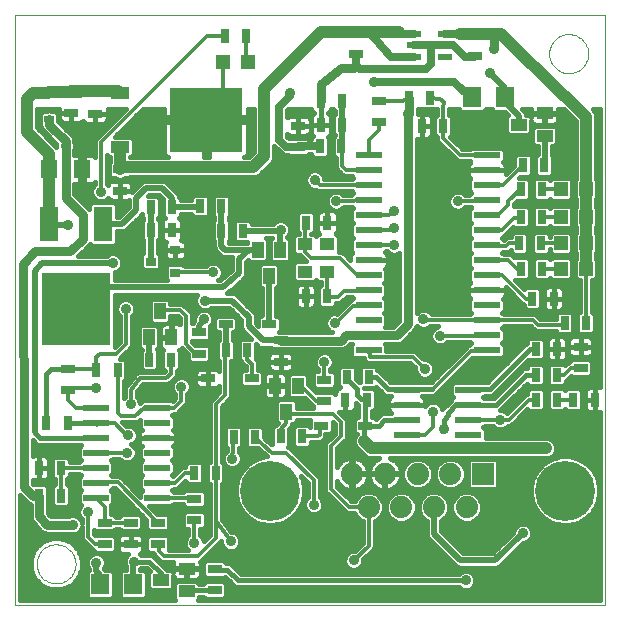
<source format=gtl>
G75*
G70*
%OFA0B0*%
%FSLAX24Y24*%
%IPPOS*%
%LPD*%
%AMOC8*
5,1,8,0,0,1.08239X$1,22.5*
%
%ADD10C,0.0000*%
%ADD11R,0.0906X0.0236*%
%ADD12R,0.0472X0.0315*%
%ADD13R,0.0315X0.0472*%
%ADD14R,0.0472X0.0472*%
%ADD15R,0.0551X0.0394*%
%ADD16R,0.0870X0.0240*%
%ADD17R,0.0866X0.0236*%
%ADD18R,0.0630X0.0709*%
%ADD19R,0.0630X0.1181*%
%ADD20R,0.2283X0.2441*%
%ADD21R,0.0394X0.0551*%
%ADD22R,0.0472X0.0276*%
%ADD23R,0.0354X0.0315*%
%ADD24R,0.2441X0.2126*%
%ADD25R,0.0630X0.0394*%
%ADD26R,0.0327X0.0248*%
%ADD27R,0.0551X0.0630*%
%ADD28R,0.0472X0.0217*%
%ADD29R,0.0740X0.0740*%
%ADD30C,0.0740*%
%ADD31C,0.2000*%
%ADD32R,0.0512X0.0413*%
%ADD33C,0.0120*%
%ADD34C,0.0250*%
%ADD35C,0.0400*%
%ADD36C,0.0160*%
%ADD37C,0.0356*%
%ADD38C,0.0200*%
%ADD39C,0.0300*%
D10*
X000262Y002560D02*
X000262Y022245D01*
X019947Y022245D01*
X019947Y002560D01*
X000262Y002560D01*
X000990Y003938D02*
X000992Y003988D01*
X000998Y004038D01*
X001008Y004088D01*
X001021Y004136D01*
X001038Y004184D01*
X001059Y004230D01*
X001083Y004274D01*
X001111Y004316D01*
X001142Y004356D01*
X001176Y004393D01*
X001213Y004428D01*
X001252Y004459D01*
X001293Y004488D01*
X001337Y004513D01*
X001383Y004535D01*
X001430Y004553D01*
X001478Y004567D01*
X001527Y004578D01*
X001577Y004585D01*
X001627Y004588D01*
X001678Y004587D01*
X001728Y004582D01*
X001778Y004573D01*
X001826Y004561D01*
X001874Y004544D01*
X001920Y004524D01*
X001965Y004501D01*
X002008Y004474D01*
X002048Y004444D01*
X002086Y004411D01*
X002121Y004375D01*
X002154Y004336D01*
X002183Y004295D01*
X002209Y004252D01*
X002232Y004207D01*
X002251Y004160D01*
X002266Y004112D01*
X002278Y004063D01*
X002286Y004013D01*
X002290Y003963D01*
X002290Y003913D01*
X002286Y003863D01*
X002278Y003813D01*
X002266Y003764D01*
X002251Y003716D01*
X002232Y003669D01*
X002209Y003624D01*
X002183Y003581D01*
X002154Y003540D01*
X002121Y003501D01*
X002086Y003465D01*
X002048Y003432D01*
X002008Y003402D01*
X001965Y003375D01*
X001920Y003352D01*
X001874Y003332D01*
X001826Y003315D01*
X001778Y003303D01*
X001728Y003294D01*
X001678Y003289D01*
X001627Y003288D01*
X001577Y003291D01*
X001527Y003298D01*
X001478Y003309D01*
X001430Y003323D01*
X001383Y003341D01*
X001337Y003363D01*
X001293Y003388D01*
X001252Y003417D01*
X001213Y003448D01*
X001176Y003483D01*
X001142Y003520D01*
X001111Y003560D01*
X001083Y003602D01*
X001059Y003646D01*
X001038Y003692D01*
X001021Y003740D01*
X001008Y003788D01*
X000998Y003838D01*
X000992Y003888D01*
X000990Y003938D01*
X018077Y020946D02*
X018079Y020996D01*
X018085Y021046D01*
X018095Y021096D01*
X018108Y021144D01*
X018125Y021192D01*
X018146Y021238D01*
X018170Y021282D01*
X018198Y021324D01*
X018229Y021364D01*
X018263Y021401D01*
X018300Y021436D01*
X018339Y021467D01*
X018380Y021496D01*
X018424Y021521D01*
X018470Y021543D01*
X018517Y021561D01*
X018565Y021575D01*
X018614Y021586D01*
X018664Y021593D01*
X018714Y021596D01*
X018765Y021595D01*
X018815Y021590D01*
X018865Y021581D01*
X018913Y021569D01*
X018961Y021552D01*
X019007Y021532D01*
X019052Y021509D01*
X019095Y021482D01*
X019135Y021452D01*
X019173Y021419D01*
X019208Y021383D01*
X019241Y021344D01*
X019270Y021303D01*
X019296Y021260D01*
X019319Y021215D01*
X019338Y021168D01*
X019353Y021120D01*
X019365Y021071D01*
X019373Y021021D01*
X019377Y020971D01*
X019377Y020921D01*
X019373Y020871D01*
X019365Y020821D01*
X019353Y020772D01*
X019338Y020724D01*
X019319Y020677D01*
X019296Y020632D01*
X019270Y020589D01*
X019241Y020548D01*
X019208Y020509D01*
X019173Y020473D01*
X019135Y020440D01*
X019095Y020410D01*
X019052Y020383D01*
X019007Y020360D01*
X018961Y020340D01*
X018913Y020323D01*
X018865Y020311D01*
X018815Y020302D01*
X018765Y020297D01*
X018714Y020296D01*
X018664Y020299D01*
X018614Y020306D01*
X018565Y020317D01*
X018517Y020331D01*
X018470Y020349D01*
X018424Y020371D01*
X018380Y020396D01*
X018339Y020425D01*
X018300Y020456D01*
X018263Y020491D01*
X018229Y020528D01*
X018198Y020568D01*
X018170Y020610D01*
X018146Y020654D01*
X018125Y020700D01*
X018108Y020748D01*
X018095Y020796D01*
X018085Y020846D01*
X018079Y020896D01*
X018077Y020946D01*
D11*
X015994Y017554D03*
X015994Y017054D03*
X015994Y016554D03*
X015994Y016054D03*
X015994Y015554D03*
X015994Y015054D03*
X015994Y014554D03*
X015994Y014054D03*
X015994Y013554D03*
X015994Y013054D03*
X015994Y012554D03*
X015994Y012054D03*
X015994Y011554D03*
X015994Y011054D03*
X012057Y011054D03*
X012057Y011554D03*
X012057Y012054D03*
X012057Y012554D03*
X012057Y013054D03*
X012057Y013554D03*
X012057Y014054D03*
X012057Y014554D03*
X012057Y015054D03*
X012057Y015554D03*
X012057Y016054D03*
X012057Y016554D03*
X012057Y017054D03*
X012057Y017554D03*
D12*
X012400Y018654D03*
X012400Y019363D03*
X011640Y020946D03*
X011640Y021654D03*
X009711Y018544D03*
X009711Y017836D03*
X006404Y011654D03*
X006404Y010946D03*
X009128Y010678D03*
X009128Y011387D03*
X010577Y010080D03*
X010577Y009371D03*
X006246Y006103D03*
X006246Y005395D03*
X005026Y005316D03*
X005026Y004607D03*
X004120Y004607D03*
X004120Y005316D03*
X003254Y005316D03*
X003254Y004607D03*
X006923Y003765D03*
X006923Y003056D03*
X002034Y009725D03*
X002034Y010434D03*
X003766Y016379D03*
X003766Y017088D03*
X002939Y018938D03*
X002939Y019647D03*
X002152Y019686D03*
X002152Y018977D03*
X015616Y020867D03*
X015616Y021576D03*
X019120Y011182D03*
X019120Y010473D03*
D13*
X018333Y010237D03*
X018333Y009410D03*
X018884Y009410D03*
X019593Y009410D03*
X018333Y011103D03*
X017624Y011103D03*
X017624Y010237D03*
X017624Y009410D03*
X018589Y011969D03*
X019297Y011969D03*
X018227Y012780D03*
X017518Y012780D03*
X017833Y013780D03*
X017124Y013780D03*
X017085Y014623D03*
X017794Y014623D03*
X017833Y015505D03*
X017124Y015505D03*
X017124Y016426D03*
X017833Y016426D03*
X017916Y017225D03*
X017207Y017225D03*
X014542Y018532D03*
X013833Y018532D03*
X014109Y019462D03*
X013400Y019462D03*
X011179Y019371D03*
X010471Y019371D03*
X010471Y018568D03*
X011179Y018568D03*
X011152Y017851D03*
X010443Y017851D03*
X010683Y015312D03*
X009975Y015312D03*
X007860Y015040D03*
X007152Y015040D03*
X007152Y015867D03*
X006443Y015867D03*
X005498Y015828D03*
X005498Y015080D03*
X004790Y015080D03*
X004790Y015828D03*
X007309Y011064D03*
X008018Y011064D03*
X009959Y012859D03*
X010668Y012859D03*
X011345Y010174D03*
X012053Y010174D03*
X011994Y009410D03*
X011286Y009410D03*
X009829Y008190D03*
X009120Y008190D03*
X008262Y008166D03*
X007553Y008166D03*
X006955Y006969D03*
X006246Y006969D03*
X003687Y010395D03*
X002979Y010395D03*
X002026Y008623D03*
X001317Y008623D03*
X001081Y007135D03*
X001790Y007135D03*
X001790Y006214D03*
X001081Y006214D03*
X004750Y010749D03*
X005459Y010749D03*
X007270Y021536D03*
X007979Y021536D03*
D14*
X008038Y020670D03*
X007211Y020670D03*
X018475Y016426D03*
X019301Y016426D03*
X019301Y015505D03*
X018475Y015505D03*
X018475Y014623D03*
X019301Y014623D03*
X019301Y013780D03*
X018475Y013780D03*
D15*
X017927Y018206D03*
X017927Y018954D03*
X017061Y018580D03*
X005998Y003773D03*
X005998Y003025D03*
X005132Y003399D03*
D16*
X013323Y008243D03*
X013323Y008743D03*
X013323Y009243D03*
X013323Y009743D03*
X015383Y009743D03*
X015383Y009243D03*
X015383Y008743D03*
X015383Y008243D03*
D17*
X005014Y008135D03*
X005014Y008635D03*
X005014Y009135D03*
X005014Y007635D03*
X005014Y007135D03*
X005014Y006635D03*
X005014Y006135D03*
X002967Y006135D03*
X002967Y006635D03*
X002967Y007135D03*
X002967Y007635D03*
X002967Y008135D03*
X002967Y008635D03*
X002967Y009135D03*
D18*
X003109Y003253D03*
X004211Y003253D03*
X015510Y019489D03*
X016612Y019489D03*
D19*
X003207Y015277D03*
X001412Y015277D03*
D20*
X002309Y012450D03*
D21*
X004731Y011497D03*
X005479Y011497D03*
X005105Y012363D03*
X008353Y014410D03*
X009101Y014410D03*
X008727Y013544D03*
X008943Y009883D03*
X009691Y009883D03*
X009317Y009017D03*
D22*
X010479Y008544D03*
X011935Y008544D03*
X008746Y011930D03*
X007290Y011930D03*
X006699Y010119D03*
X008156Y010119D03*
D23*
X005616Y013643D03*
X005616Y014391D03*
X004790Y014017D03*
D24*
X006640Y018741D03*
D25*
X003766Y017843D03*
X003766Y019639D03*
D26*
X001404Y019666D03*
X001404Y018761D03*
D27*
X001404Y017088D03*
X002506Y017088D03*
D28*
X013569Y020847D03*
X013569Y021221D03*
X013569Y021595D03*
X014593Y021595D03*
X014593Y020847D03*
D29*
X015868Y006938D03*
D30*
X014778Y006938D03*
X015321Y005820D03*
X014231Y005820D03*
X013144Y005820D03*
X013687Y006938D03*
X012597Y006938D03*
X011506Y006938D03*
X012053Y005820D03*
D31*
X008766Y006379D03*
X018609Y006379D03*
D32*
X010666Y013682D03*
X009937Y013682D03*
X009937Y014588D03*
X010666Y014588D03*
D33*
X011089Y014135D02*
X010144Y014135D01*
X009947Y014332D01*
X009947Y014578D01*
X009937Y014588D01*
X009937Y015275D01*
X009975Y015312D01*
X010971Y016025D02*
X011138Y016034D01*
X012057Y016054D01*
X012057Y015554D02*
X012744Y015554D01*
X012900Y015710D01*
X012900Y015119D02*
X012835Y015054D01*
X012057Y015054D01*
X012091Y014607D02*
X012057Y014554D01*
X012886Y014554D01*
X012900Y014568D01*
X012057Y013554D02*
X011670Y013554D01*
X011089Y014135D01*
X010668Y013680D02*
X010666Y013682D01*
X010668Y013680D02*
X010668Y012859D01*
X010705Y012822D01*
X011036Y012822D01*
X011246Y013032D01*
X012036Y013032D01*
X012057Y013054D01*
X012057Y012554D02*
X012024Y012521D01*
X011522Y012521D01*
X010971Y011969D01*
X010931Y011969D01*
X012057Y011054D02*
X012087Y010828D01*
X013530Y010828D01*
X013923Y010434D01*
X014160Y009765D02*
X014199Y009765D01*
X015459Y011025D01*
X015965Y011025D01*
X015994Y011054D01*
X015957Y011536D02*
X015994Y011554D01*
X015957Y011536D02*
X015931Y011536D01*
X014435Y011536D01*
X013918Y012054D02*
X013884Y012088D01*
X013918Y012054D02*
X015994Y012054D01*
X017540Y012054D01*
X017703Y011891D01*
X018510Y011891D01*
X018589Y011969D01*
X018496Y011877D01*
X019297Y011969D02*
X019297Y013973D01*
X019301Y013780D01*
X018475Y013780D02*
X017833Y013780D01*
X017124Y013780D02*
X016994Y013780D01*
X016719Y014056D01*
X015996Y014056D01*
X015994Y014054D01*
X016020Y014529D02*
X015994Y014554D01*
X016020Y014529D02*
X016640Y014529D01*
X016734Y014623D01*
X017085Y014623D01*
X016496Y015054D02*
X016916Y015473D01*
X017093Y015473D01*
X017124Y015505D01*
X016719Y015906D02*
X016719Y016021D01*
X017124Y016426D01*
X016719Y015906D02*
X016366Y015554D01*
X015994Y015554D01*
X015965Y016025D02*
X015994Y016054D01*
X015965Y016025D02*
X015026Y016025D01*
X015994Y016554D02*
X016536Y016554D01*
X017207Y017225D01*
X017833Y016426D02*
X018475Y016426D01*
X018475Y015505D02*
X017833Y015505D01*
X017794Y014623D02*
X018475Y014623D01*
X017518Y012780D02*
X017494Y012757D01*
X017309Y012757D01*
X016512Y013554D01*
X015994Y013554D01*
X015994Y015054D02*
X016496Y015054D01*
X015994Y017554D02*
X015110Y017554D01*
X014542Y018123D01*
X014542Y018532D01*
X014542Y019147D01*
X014553Y019332D01*
X014435Y019450D01*
X014109Y019462D01*
X014553Y018599D02*
X014542Y018532D01*
X013400Y019462D02*
X013183Y019363D01*
X012400Y019363D01*
X012400Y018654D02*
X012388Y018627D01*
X012388Y018387D01*
X012057Y018056D01*
X012057Y017554D01*
X012057Y017054D02*
X011319Y017054D01*
X011168Y017206D01*
X011168Y017836D01*
X011152Y017851D01*
X011179Y017824D02*
X011168Y017812D01*
X010471Y018568D02*
X010471Y019371D01*
X009727Y017851D02*
X009711Y017836D01*
X010262Y016733D02*
X010441Y016554D01*
X012057Y016554D01*
X012427Y018643D02*
X012400Y018654D01*
X007979Y020729D02*
X007979Y021536D01*
X007270Y021536D02*
X006679Y021536D01*
X003136Y017993D01*
X003136Y016340D01*
X005616Y013643D02*
X005636Y013662D01*
X006876Y013662D01*
X005774Y012403D02*
X005144Y012403D01*
X005105Y012363D01*
X005774Y012403D02*
X005971Y012206D01*
X005971Y011261D01*
X006286Y010946D01*
X006404Y010946D01*
X005459Y010749D02*
X005459Y010277D01*
X005301Y010119D01*
X004435Y010119D01*
X004120Y009725D01*
X004120Y009253D01*
X004278Y008859D02*
X003805Y008859D01*
X003687Y008977D01*
X003687Y010395D01*
X003687Y010552D01*
X003648Y010946D02*
X003097Y010946D01*
X002979Y010828D01*
X002979Y010395D01*
X002979Y010434D01*
X002034Y010434D01*
X002112Y009804D02*
X002034Y009725D01*
X002034Y009410D01*
X002309Y009135D01*
X002967Y009135D01*
X002967Y008635D02*
X002979Y008623D01*
X003609Y008623D01*
X003963Y008229D01*
X004042Y008229D01*
X004002Y007639D02*
X002971Y007639D01*
X002967Y007635D01*
X002967Y007135D02*
X002959Y007127D01*
X002703Y007127D01*
X002695Y007135D01*
X001790Y007135D01*
X001790Y006214D01*
X002703Y005670D02*
X002703Y004843D01*
X002939Y004607D01*
X003254Y004607D01*
X003254Y005316D02*
X004120Y005316D01*
X003254Y005316D02*
X003254Y005847D01*
X002967Y006135D01*
X002967Y006635D02*
X002986Y006654D01*
X003687Y006654D01*
X005026Y005316D01*
X005026Y004607D02*
X005065Y004568D01*
X005065Y004371D01*
X005223Y004214D01*
X006364Y004214D01*
X006955Y004804D01*
X006955Y005355D01*
X006955Y006969D01*
X006955Y009253D01*
X007270Y009568D01*
X007270Y011025D01*
X007309Y011064D01*
X008018Y011064D02*
X008018Y010749D01*
X008156Y010611D01*
X008156Y010119D01*
X009317Y009017D02*
X009396Y008938D01*
X010853Y008938D01*
X011128Y008662D01*
X011128Y008190D01*
X010813Y007875D01*
X010813Y006418D01*
X011412Y005820D01*
X012053Y005820D01*
X012053Y004548D01*
X011561Y004056D01*
X010223Y005906D02*
X010223Y006733D01*
X009317Y007639D01*
X008845Y007639D01*
X008514Y007930D01*
X008262Y008166D01*
X007553Y008166D02*
X007514Y007434D01*
X007506Y007442D01*
X006246Y006969D02*
X005931Y006969D01*
X005597Y006635D01*
X005014Y006635D01*
X005014Y006135D02*
X006215Y006135D01*
X006246Y006103D01*
X006246Y005395D02*
X006246Y004647D01*
X006955Y005355D02*
X007467Y004686D01*
X009120Y008190D02*
X009120Y008426D01*
X009317Y008623D01*
X009317Y009017D01*
X009691Y009883D02*
X009790Y009883D01*
X010301Y009371D01*
X010577Y009371D01*
X010479Y008544D02*
X010420Y008485D01*
X010420Y008229D01*
X010380Y008190D01*
X009829Y008190D01*
X010577Y010080D02*
X010577Y010670D01*
X011955Y008564D02*
X011955Y008544D01*
X011935Y008544D01*
X011955Y008564D01*
X013323Y008243D02*
X013937Y008243D01*
X014199Y008505D01*
X014199Y009017D01*
X014553Y008426D02*
X014514Y008347D01*
X015383Y008743D02*
X016443Y008743D01*
X016721Y008743D01*
X017388Y009410D01*
X017624Y009410D01*
X018333Y009410D02*
X018884Y009410D01*
X018569Y010237D02*
X018333Y010237D01*
X018569Y010237D02*
X018805Y010473D01*
X019120Y010473D01*
X017624Y011103D02*
X017585Y011064D01*
X013323Y009771D02*
X013323Y009743D01*
X005813Y009843D02*
X005813Y009371D01*
X005577Y009135D01*
X005014Y009135D01*
X004553Y009135D01*
X004278Y008859D01*
X003018Y008584D02*
X002967Y008635D01*
X002979Y009804D02*
X002112Y009804D01*
X003648Y010946D02*
X003963Y011261D01*
X003963Y012442D01*
X006679Y018466D02*
X007211Y018997D01*
X007211Y020670D01*
D34*
X009081Y019174D02*
X009081Y018072D01*
X009317Y017836D01*
X009711Y017836D01*
X009727Y017851D02*
X010443Y017851D01*
X009081Y019174D02*
X009435Y019529D01*
X009435Y019647D01*
X011640Y020552D02*
X011640Y020946D01*
X011640Y020552D02*
X011758Y020434D01*
X013963Y020434D01*
X014120Y020591D01*
X014120Y021221D01*
X013569Y021221D01*
X013569Y020847D02*
X012801Y020847D01*
X012073Y021654D01*
X013018Y021654D02*
X013077Y021595D01*
X013569Y021595D01*
X014120Y021221D02*
X014868Y021221D01*
X015262Y020828D01*
X015577Y020828D01*
X015616Y020867D01*
X015085Y021595D02*
X015105Y021615D01*
X015085Y021595D02*
X014593Y021595D01*
X014908Y020001D02*
X012231Y020001D01*
X014908Y020001D02*
X015420Y019489D01*
X015510Y019489D01*
D35*
X015105Y021615D02*
X016246Y021615D01*
X016483Y021615D01*
X018569Y019529D01*
X018609Y019529D01*
X019301Y018836D01*
X019301Y016426D01*
X019301Y015505D01*
X019301Y014623D01*
X019301Y013780D01*
X017979Y007796D02*
X012152Y007796D01*
X011916Y008032D01*
X008215Y017166D02*
X003805Y017166D01*
X003766Y017206D01*
X003766Y017843D01*
X003766Y017088D01*
X001412Y017080D02*
X001412Y015277D01*
X001412Y017080D02*
X001404Y017088D01*
X001404Y017599D01*
X000656Y018347D01*
X000656Y019450D01*
X000853Y019647D01*
X001384Y019647D01*
X001404Y019666D01*
X002447Y019666D01*
X002152Y019686D01*
X002703Y019686D01*
X003719Y019686D01*
X003766Y019639D01*
X008215Y017166D02*
X008569Y017521D01*
X008569Y019765D01*
X009868Y021064D01*
X010223Y021418D01*
X010459Y021654D01*
X010656Y021654D01*
X011640Y021654D01*
X012073Y021654D01*
X013018Y021654D01*
X013057Y021654D01*
D36*
X013690Y019095D02*
X013883Y019095D01*
X013893Y019085D01*
X014324Y019085D01*
X014334Y019095D01*
X014338Y019095D01*
X014337Y019077D01*
X014342Y019071D01*
X014342Y018909D01*
X014326Y018909D01*
X014244Y018827D01*
X014244Y018238D01*
X014326Y018156D01*
X014342Y018156D01*
X014342Y018040D01*
X015028Y017354D01*
X015193Y017354D01*
X015425Y017354D01*
X015452Y017328D01*
X015431Y017316D01*
X015398Y017283D01*
X015374Y017242D01*
X015362Y017196D01*
X015362Y017054D01*
X015362Y016912D01*
X015374Y016866D01*
X015398Y016825D01*
X015431Y016792D01*
X015452Y016780D01*
X015402Y016730D01*
X015402Y016378D01*
X015475Y016304D01*
X015402Y016230D01*
X015402Y016225D01*
X015276Y016225D01*
X015206Y016294D01*
X015089Y016343D01*
X014963Y016343D01*
X014846Y016294D01*
X014756Y016205D01*
X014708Y016088D01*
X014708Y015961D01*
X014756Y015844D01*
X014846Y015755D01*
X014963Y015706D01*
X015089Y015706D01*
X015206Y015755D01*
X015276Y015825D01*
X015455Y015825D01*
X015475Y015804D01*
X015402Y015730D01*
X015402Y015378D01*
X015475Y015304D01*
X015402Y015230D01*
X015402Y014878D01*
X015475Y014804D01*
X015402Y014730D01*
X015402Y014378D01*
X015475Y014304D01*
X015402Y014230D01*
X015402Y013878D01*
X015475Y013804D01*
X015402Y013730D01*
X015402Y013378D01*
X015452Y013328D01*
X015431Y013316D01*
X015398Y013283D01*
X015374Y013242D01*
X015362Y013196D01*
X015362Y013054D01*
X015362Y012912D01*
X015374Y012866D01*
X015398Y012825D01*
X015431Y012792D01*
X015452Y012780D01*
X015402Y012730D01*
X015402Y012378D01*
X015475Y012304D01*
X015425Y012254D01*
X014159Y012254D01*
X014154Y012268D01*
X014064Y012357D01*
X013947Y012406D01*
X013821Y012406D01*
X013704Y012357D01*
X013662Y012316D01*
X013662Y018116D01*
X013833Y018116D01*
X014014Y018116D01*
X014060Y018129D01*
X014101Y018152D01*
X014134Y018186D01*
X014158Y018227D01*
X014170Y018272D01*
X014170Y018532D01*
X013833Y018532D01*
X013833Y018116D01*
X013833Y018532D01*
X013833Y018532D01*
X013833Y018533D01*
X013833Y018533D01*
X013833Y018949D01*
X014014Y018949D01*
X014060Y018936D01*
X014101Y018913D01*
X014134Y018879D01*
X014158Y018838D01*
X014170Y018792D01*
X014170Y018533D01*
X013833Y018533D01*
X013833Y018949D01*
X013690Y018949D01*
X013690Y018971D01*
X013690Y018980D01*
X013690Y018981D01*
X013690Y019001D01*
X013690Y019003D01*
X013690Y019095D01*
X013690Y019049D02*
X014342Y019049D01*
X014307Y018890D02*
X014124Y018890D01*
X014170Y018731D02*
X014244Y018731D01*
X014244Y018573D02*
X014170Y018573D01*
X014170Y018414D02*
X014244Y018414D01*
X014244Y018256D02*
X014166Y018256D01*
X014342Y018097D02*
X013662Y018097D01*
X013662Y017939D02*
X014443Y017939D01*
X014602Y017780D02*
X013662Y017780D01*
X013662Y017622D02*
X014760Y017622D01*
X014919Y017463D02*
X013662Y017463D01*
X013662Y017305D02*
X015419Y017305D01*
X015362Y017146D02*
X013662Y017146D01*
X013662Y016987D02*
X015362Y016987D01*
X015362Y017054D02*
X015994Y017054D01*
X015994Y017054D01*
X015362Y017054D01*
X015396Y016829D02*
X013662Y016829D01*
X013662Y016670D02*
X015402Y016670D01*
X015402Y016512D02*
X013662Y016512D01*
X013662Y016353D02*
X015426Y016353D01*
X015402Y015719D02*
X015120Y015719D01*
X014932Y015719D02*
X013662Y015719D01*
X013662Y015561D02*
X015402Y015561D01*
X015402Y015402D02*
X013662Y015402D01*
X013662Y015243D02*
X015415Y015243D01*
X015402Y015085D02*
X013662Y015085D01*
X013662Y014926D02*
X015402Y014926D01*
X015439Y014768D02*
X013662Y014768D01*
X013662Y014609D02*
X015402Y014609D01*
X015402Y014451D02*
X013662Y014451D01*
X013662Y014292D02*
X015464Y014292D01*
X015402Y014134D02*
X013662Y014134D01*
X013662Y013975D02*
X015402Y013975D01*
X015463Y013817D02*
X013662Y013817D01*
X013662Y013658D02*
X015402Y013658D01*
X015402Y013499D02*
X013662Y013499D01*
X013662Y013341D02*
X015439Y013341D01*
X015362Y013182D02*
X013662Y013182D01*
X013662Y013024D02*
X015362Y013024D01*
X015362Y013054D02*
X015994Y013054D01*
X015994Y013054D01*
X015362Y013054D01*
X015375Y012865D02*
X013662Y012865D01*
X013662Y012707D02*
X015402Y012707D01*
X015402Y012548D02*
X013662Y012548D01*
X013662Y012390D02*
X013782Y012390D01*
X013986Y012390D02*
X015402Y012390D01*
X015995Y013054D02*
X015995Y013054D01*
X016627Y013054D01*
X016627Y012912D01*
X016615Y012866D01*
X016591Y012825D01*
X016558Y012792D01*
X016537Y012780D01*
X016587Y012730D01*
X016587Y012378D01*
X016513Y012304D01*
X016563Y012254D01*
X017457Y012254D01*
X017622Y012254D01*
X017786Y012091D01*
X018291Y012091D01*
X018291Y012264D01*
X018373Y012346D01*
X018804Y012346D01*
X018886Y012264D01*
X018886Y011675D01*
X018804Y011593D01*
X018373Y011593D01*
X018291Y011675D01*
X018291Y011691D01*
X017620Y011691D01*
X017503Y011808D01*
X017457Y011854D01*
X016563Y011854D01*
X016513Y011804D01*
X016587Y011730D01*
X016587Y011378D01*
X016513Y011304D01*
X016587Y011230D01*
X016587Y010878D01*
X016505Y010796D01*
X015513Y010796D01*
X014282Y009565D01*
X014271Y009565D01*
X014251Y009545D01*
X013877Y009545D01*
X013850Y009518D01*
X013868Y009507D01*
X013902Y009474D01*
X013925Y009433D01*
X013938Y009387D01*
X013938Y009243D01*
X013323Y009243D01*
X013323Y009243D01*
X013938Y009243D01*
X013938Y009205D01*
X014019Y009286D01*
X014136Y009335D01*
X014262Y009335D01*
X014379Y009286D01*
X014469Y009197D01*
X014513Y009090D01*
X014766Y009344D01*
X014808Y009385D01*
X014808Y009421D01*
X014880Y009493D01*
X014808Y009565D01*
X014808Y009921D01*
X014890Y010003D01*
X015876Y010003D01*
X015894Y009985D01*
X015998Y009985D01*
X017207Y011194D01*
X017327Y011314D01*
X017327Y011398D01*
X017409Y011479D01*
X017840Y011479D01*
X017922Y011398D01*
X017922Y010809D01*
X017840Y010727D01*
X017409Y010727D01*
X017386Y010750D01*
X016180Y009545D01*
X015998Y009545D01*
X015937Y009545D01*
X015886Y009493D01*
X015916Y009463D01*
X016224Y009463D01*
X017089Y010328D01*
X017218Y010457D01*
X017327Y010457D01*
X017327Y010531D01*
X017409Y010613D01*
X017840Y010613D01*
X017922Y010531D01*
X017922Y009943D01*
X017840Y009861D01*
X017409Y009861D01*
X017327Y009943D01*
X017327Y009944D01*
X016442Y009059D01*
X016506Y009059D01*
X016623Y009011D01*
X016664Y008970D01*
X017188Y009493D01*
X017305Y009610D01*
X017327Y009610D01*
X017327Y009705D01*
X017409Y009787D01*
X017840Y009787D01*
X017922Y009705D01*
X017922Y009116D01*
X017840Y009034D01*
X017409Y009034D01*
X017352Y009091D01*
X016804Y008543D01*
X016695Y008543D01*
X016623Y008471D01*
X016506Y008423D01*
X016380Y008423D01*
X016263Y008471D01*
X016191Y008543D01*
X015936Y008543D01*
X015886Y008493D01*
X015958Y008421D01*
X015958Y008136D01*
X018046Y008136D01*
X018171Y008084D01*
X018267Y007989D01*
X018319Y007864D01*
X018319Y007729D01*
X018267Y007604D01*
X018171Y007508D01*
X018046Y007456D01*
X012781Y007456D01*
X012808Y007448D01*
X012885Y007408D01*
X012955Y007357D01*
X013016Y007296D01*
X013067Y007226D01*
X013106Y007149D01*
X013133Y007067D01*
X013147Y006981D01*
X013147Y006958D01*
X012617Y006958D01*
X012617Y006918D01*
X013147Y006918D01*
X013147Y006895D01*
X013133Y006809D01*
X013106Y006727D01*
X013067Y006650D01*
X013016Y006580D01*
X012955Y006518D01*
X012885Y006468D01*
X012808Y006428D01*
X012725Y006401D01*
X012640Y006388D01*
X012617Y006388D01*
X012617Y006918D01*
X012577Y006918D01*
X012577Y006388D01*
X012553Y006388D01*
X012468Y006401D01*
X012386Y006428D01*
X012308Y006468D01*
X012238Y006518D01*
X012177Y006580D01*
X012126Y006650D01*
X012087Y006727D01*
X012060Y006809D01*
X012051Y006865D01*
X012043Y006809D01*
X012016Y006727D01*
X011976Y006650D01*
X011926Y006580D01*
X011864Y006518D01*
X011794Y006468D01*
X011717Y006428D01*
X011635Y006401D01*
X011549Y006388D01*
X011526Y006388D01*
X011526Y006918D01*
X011486Y006918D01*
X011486Y006388D01*
X011463Y006388D01*
X011377Y006401D01*
X011295Y006428D01*
X011218Y006468D01*
X011148Y006518D01*
X011087Y006580D01*
X011036Y006650D01*
X011013Y006694D01*
X011013Y006501D01*
X011494Y006020D01*
X011584Y006020D01*
X011621Y006109D01*
X011764Y006252D01*
X011952Y006330D01*
X012155Y006330D01*
X012342Y006252D01*
X012486Y006109D01*
X012563Y005921D01*
X012563Y005718D01*
X012486Y005531D01*
X012342Y005387D01*
X012253Y005351D01*
X012253Y004465D01*
X012136Y004348D01*
X011879Y004091D01*
X011879Y003993D01*
X011831Y003876D01*
X011741Y003786D01*
X011625Y003738D01*
X011498Y003738D01*
X011381Y003786D01*
X011292Y003876D01*
X011243Y003993D01*
X011243Y004119D01*
X011292Y004236D01*
X011381Y004326D01*
X011498Y004374D01*
X011596Y004374D01*
X011853Y004631D01*
X011853Y005351D01*
X011764Y005387D01*
X011621Y005531D01*
X011584Y005620D01*
X011494Y005620D01*
X011329Y005620D01*
X010730Y006218D01*
X010613Y006335D01*
X010613Y007792D01*
X009447Y007792D01*
X009400Y007839D02*
X009361Y007839D01*
X009418Y007896D01*
X009418Y008441D01*
X009517Y008540D01*
X009517Y008601D01*
X009572Y008601D01*
X009654Y008683D01*
X009654Y008738D01*
X010102Y008738D01*
X010102Y008508D01*
X010044Y008566D01*
X009613Y008566D01*
X009531Y008484D01*
X009531Y007896D01*
X009613Y007814D01*
X010044Y007814D01*
X010126Y007896D01*
X010126Y007990D01*
X010297Y007990D01*
X010463Y007990D01*
X010502Y008029D01*
X010619Y008146D01*
X010619Y008266D01*
X010773Y008266D01*
X010855Y008348D01*
X010855Y008653D01*
X010928Y008579D01*
X010928Y008273D01*
X010613Y007958D01*
X010613Y007792D01*
X010613Y007950D02*
X010126Y007950D01*
X010582Y008109D02*
X010764Y008109D01*
X010774Y008268D02*
X010923Y008268D01*
X010928Y008426D02*
X010855Y008426D01*
X010855Y008585D02*
X010923Y008585D01*
X011172Y008902D02*
X011715Y008902D01*
X011715Y008822D02*
X011641Y008822D01*
X011559Y008740D01*
X011559Y008348D01*
X011641Y008266D01*
X011669Y008266D01*
X011627Y008225D01*
X011576Y008100D01*
X011576Y007965D01*
X011627Y007840D01*
X011959Y007508D01*
X012084Y007456D01*
X012219Y007456D01*
X012412Y007456D01*
X012386Y007448D01*
X012308Y007408D01*
X012238Y007357D01*
X012177Y007296D01*
X012126Y007226D01*
X012087Y007149D01*
X012060Y007067D01*
X012051Y007011D01*
X012043Y007067D01*
X012016Y007149D01*
X011976Y007226D01*
X011926Y007296D01*
X011864Y007357D01*
X011794Y007408D01*
X011717Y007448D01*
X011635Y007474D01*
X011549Y007488D01*
X011526Y007488D01*
X011526Y006958D01*
X011486Y006958D01*
X011486Y007488D01*
X011463Y007488D01*
X011377Y007474D01*
X011295Y007448D01*
X011218Y007408D01*
X011148Y007357D01*
X011087Y007296D01*
X011036Y007226D01*
X011013Y007182D01*
X011013Y007792D01*
X011675Y007792D01*
X011581Y007950D02*
X011172Y007950D01*
X011211Y007990D02*
X011328Y008107D01*
X011328Y008579D01*
X011328Y008745D01*
X011070Y009004D01*
X011104Y008994D01*
X011285Y008994D01*
X011285Y009410D01*
X011286Y009410D01*
X011286Y008994D01*
X011467Y008994D01*
X011513Y009006D01*
X011554Y009030D01*
X011587Y009064D01*
X011611Y009105D01*
X011623Y009150D01*
X011623Y009313D01*
X011697Y009239D01*
X011697Y009116D01*
X011715Y009098D01*
X011715Y008822D01*
X011562Y008743D02*
X011328Y008743D01*
X011328Y008585D02*
X011559Y008585D01*
X011559Y008426D02*
X011328Y008426D01*
X011328Y008268D02*
X011640Y008268D01*
X011579Y008109D02*
X011328Y008109D01*
X011211Y007990D02*
X011013Y007792D01*
X011013Y007633D02*
X011834Y007633D01*
X011632Y007475D02*
X012039Y007475D01*
X011906Y007316D02*
X012197Y007316D01*
X012091Y007158D02*
X012011Y007158D01*
X012056Y006958D02*
X011526Y006958D01*
X011526Y006918D01*
X012056Y006918D01*
X012576Y006918D01*
X012576Y006958D01*
X012056Y006958D01*
X012048Y006841D02*
X012055Y006841D01*
X012110Y006682D02*
X011993Y006682D01*
X011870Y006524D02*
X012233Y006524D01*
X012577Y006524D02*
X012617Y006524D01*
X012617Y006682D02*
X012577Y006682D01*
X012577Y006841D02*
X012617Y006841D01*
X012960Y006524D02*
X013380Y006524D01*
X013398Y006506D02*
X013586Y006428D01*
X013789Y006428D01*
X013976Y006506D01*
X014120Y006649D01*
X014197Y006836D01*
X014197Y007039D01*
X014120Y007227D01*
X013976Y007370D01*
X013789Y007448D01*
X013586Y007448D01*
X013398Y007370D01*
X013255Y007227D01*
X013177Y007039D01*
X013177Y006836D01*
X013255Y006649D01*
X013398Y006506D01*
X013245Y006330D02*
X013042Y006330D01*
X012855Y006252D01*
X012712Y006109D01*
X012634Y005921D01*
X012634Y005718D01*
X012712Y005531D01*
X012855Y005387D01*
X013042Y005310D01*
X013245Y005310D01*
X013433Y005387D01*
X013576Y005531D01*
X013654Y005718D01*
X013654Y005921D01*
X013576Y006109D01*
X013433Y006252D01*
X013245Y006330D01*
X013478Y006206D02*
X013896Y006206D01*
X013942Y006252D02*
X013798Y006109D01*
X013721Y005921D01*
X013721Y005718D01*
X013798Y005531D01*
X013942Y005387D01*
X013998Y005364D01*
X013998Y004874D01*
X014035Y004786D01*
X014102Y004719D01*
X014901Y003920D01*
X014969Y003853D01*
X015057Y003816D01*
X016238Y003816D01*
X016333Y003816D01*
X016422Y003853D01*
X017212Y004643D01*
X017254Y004643D01*
X017371Y004692D01*
X017461Y004781D01*
X017509Y004898D01*
X017509Y005025D01*
X017461Y005142D01*
X017371Y005231D01*
X017254Y005280D01*
X017128Y005280D01*
X017011Y005231D01*
X016921Y005142D01*
X016873Y005025D01*
X016873Y004983D01*
X016186Y004296D01*
X015204Y004296D01*
X014478Y005022D01*
X014478Y005371D01*
X014519Y005387D01*
X014663Y005531D01*
X014741Y005718D01*
X014741Y005921D01*
X014663Y006109D01*
X014519Y006252D01*
X014332Y006330D01*
X014129Y006330D01*
X013942Y006252D01*
X013773Y006048D02*
X013601Y006048D01*
X013654Y005889D02*
X013721Y005889D01*
X013721Y005731D02*
X013654Y005731D01*
X013593Y005572D02*
X013781Y005572D01*
X013915Y005414D02*
X013459Y005414D01*
X013998Y005255D02*
X012253Y005255D01*
X012253Y005097D02*
X013998Y005097D01*
X013998Y004938D02*
X012253Y004938D01*
X012253Y004780D02*
X014042Y004780D01*
X014102Y004719D02*
X014102Y004719D01*
X014200Y004621D02*
X012253Y004621D01*
X012251Y004463D02*
X014359Y004463D01*
X014517Y004304D02*
X012092Y004304D01*
X011933Y004145D02*
X014676Y004145D01*
X014834Y003987D02*
X011877Y003987D01*
X011783Y003828D02*
X015027Y003828D01*
X015121Y003656D02*
X015072Y003607D01*
X007794Y003607D01*
X007569Y003832D01*
X007440Y003961D01*
X007300Y003961D01*
X007300Y003980D01*
X007218Y004062D01*
X006629Y004062D01*
X006547Y003980D01*
X006547Y003549D01*
X006629Y003467D01*
X007218Y003467D01*
X007265Y003514D01*
X007612Y003167D01*
X007794Y003167D01*
X015072Y003167D01*
X015121Y003117D01*
X015238Y003069D01*
X015365Y003069D01*
X015482Y003117D01*
X015571Y003207D01*
X015619Y003323D01*
X015619Y003450D01*
X015571Y003567D01*
X015482Y003656D01*
X015365Y003705D01*
X015238Y003705D01*
X015121Y003656D01*
X015154Y003670D02*
X007731Y003670D01*
X007572Y003828D02*
X011339Y003828D01*
X011246Y003987D02*
X007293Y003987D01*
X007349Y003741D02*
X006947Y003741D01*
X006923Y003765D01*
X006547Y003828D02*
X006454Y003828D01*
X006454Y003791D02*
X006454Y003993D01*
X006448Y004014D01*
X006564Y004131D01*
X007149Y004715D01*
X007149Y004623D01*
X007197Y004506D01*
X007287Y004416D01*
X007403Y004368D01*
X007530Y004368D01*
X007647Y004416D01*
X007736Y004506D01*
X007785Y004623D01*
X007785Y004749D01*
X007736Y004866D01*
X007647Y004956D01*
X007530Y005004D01*
X007475Y005004D01*
X007155Y005423D01*
X007155Y005438D01*
X007155Y006593D01*
X007170Y006593D01*
X007252Y006675D01*
X007252Y007246D01*
X007326Y007172D01*
X007443Y007124D01*
X007569Y007124D01*
X007686Y007172D01*
X007776Y007262D01*
X007824Y007379D01*
X007824Y007505D01*
X007776Y007622D01*
X007727Y007671D01*
X007733Y007790D01*
X007769Y007790D01*
X007851Y007872D01*
X007851Y008461D01*
X007769Y008542D01*
X007338Y008542D01*
X007256Y008461D01*
X007256Y007872D01*
X007333Y007795D01*
X007329Y007713D01*
X007326Y007712D01*
X007236Y007622D01*
X007188Y007505D01*
X007188Y007379D01*
X007224Y007292D01*
X007170Y007346D01*
X007155Y007346D01*
X007155Y009170D01*
X007470Y009485D01*
X007470Y009651D01*
X007470Y010688D01*
X007525Y010688D01*
X007607Y010770D01*
X007607Y011358D01*
X007549Y011416D01*
X007549Y011652D01*
X007584Y011652D01*
X007666Y011734D01*
X007666Y012126D01*
X007584Y012208D01*
X006995Y012208D01*
X006913Y012126D01*
X006913Y011734D01*
X006995Y011652D01*
X007069Y011652D01*
X007069Y011416D01*
X007012Y011358D01*
X007012Y010770D01*
X007070Y010712D01*
X007070Y010377D01*
X007046Y010401D01*
X007005Y010425D01*
X006959Y010437D01*
X006699Y010437D01*
X006439Y010437D01*
X006393Y010425D01*
X006352Y010401D01*
X006319Y010367D01*
X006295Y010326D01*
X006283Y010281D01*
X006283Y010119D01*
X006283Y009958D01*
X006295Y009912D01*
X006319Y009871D01*
X006352Y009837D01*
X006393Y009814D01*
X006439Y009801D01*
X006699Y009801D01*
X006959Y009801D01*
X007005Y009814D01*
X007046Y009837D01*
X007070Y009861D01*
X007070Y009651D01*
X006755Y009336D01*
X006755Y009170D01*
X006755Y007346D01*
X006739Y007346D01*
X006657Y007264D01*
X006657Y006675D01*
X006739Y006593D01*
X006755Y006593D01*
X006755Y005438D01*
X006755Y005368D01*
X006746Y005300D01*
X006755Y005288D01*
X006755Y004887D01*
X006564Y004696D01*
X006564Y004710D01*
X006516Y004827D01*
X006446Y004896D01*
X006446Y005097D01*
X006541Y005097D01*
X006622Y005179D01*
X006622Y005610D01*
X006541Y005692D01*
X005952Y005692D01*
X005870Y005610D01*
X005870Y005179D01*
X005952Y005097D01*
X006046Y005097D01*
X006046Y004896D01*
X005977Y004827D01*
X005928Y004710D01*
X005928Y004583D01*
X005977Y004466D01*
X006030Y004414D01*
X005402Y004414D01*
X005402Y004823D01*
X005320Y004905D01*
X004732Y004905D01*
X004650Y004823D01*
X004650Y004392D01*
X004732Y004310D01*
X004865Y004310D01*
X004865Y004288D01*
X004982Y004171D01*
X005140Y004014D01*
X005306Y004014D01*
X005548Y004014D01*
X005543Y003993D01*
X005543Y003791D01*
X005980Y003791D01*
X005980Y003754D01*
X006017Y003754D01*
X006017Y003791D01*
X006454Y003791D01*
X006454Y003754D02*
X006017Y003754D01*
X006017Y003396D01*
X006298Y003396D01*
X006343Y003408D01*
X006384Y003432D01*
X006418Y003465D01*
X006442Y003506D01*
X006454Y003552D01*
X006454Y003754D01*
X006454Y003670D02*
X006547Y003670D01*
X006585Y003511D02*
X006443Y003511D01*
X006332Y003361D02*
X006414Y003279D01*
X006414Y003276D01*
X006552Y003276D01*
X006629Y003354D01*
X007218Y003354D01*
X007300Y003272D01*
X007300Y002841D01*
X007218Y002759D01*
X006629Y002759D01*
X006552Y002836D01*
X006414Y002836D01*
X006414Y002770D01*
X006384Y002740D01*
X019767Y002740D01*
X019767Y008994D01*
X019593Y008994D01*
X019593Y009410D01*
X019593Y009410D01*
X019593Y008994D01*
X019412Y008994D01*
X019366Y009006D01*
X019325Y009030D01*
X019291Y009064D01*
X019268Y009105D01*
X019255Y009150D01*
X019255Y009410D01*
X019592Y009410D01*
X019592Y009411D01*
X019255Y009411D01*
X019255Y009670D01*
X019268Y009716D01*
X019291Y009757D01*
X019325Y009791D01*
X019366Y009814D01*
X019412Y009827D01*
X019593Y009827D01*
X019593Y009411D01*
X019593Y009411D01*
X019593Y009827D01*
X019767Y009827D01*
X019767Y019095D01*
X019522Y019095D01*
X019590Y019028D01*
X019641Y018903D01*
X019641Y018768D01*
X019641Y016757D01*
X019678Y016720D01*
X019678Y016132D01*
X019641Y016096D01*
X019641Y015835D01*
X019678Y015799D01*
X019678Y015211D01*
X019641Y015174D01*
X019641Y014953D01*
X019678Y014917D01*
X019678Y014329D01*
X019641Y014293D01*
X019641Y014111D01*
X019678Y014075D01*
X019678Y013486D01*
X019596Y013404D01*
X019497Y013404D01*
X019497Y012346D01*
X019513Y012346D01*
X019595Y012264D01*
X019595Y011675D01*
X019513Y011593D01*
X019082Y011593D01*
X019000Y011675D01*
X019000Y012264D01*
X019082Y012346D01*
X019097Y012346D01*
X019097Y013404D01*
X019007Y013404D01*
X018925Y013486D01*
X018925Y014075D01*
X018961Y014111D01*
X018961Y014293D01*
X018925Y014329D01*
X018925Y014917D01*
X018961Y014953D01*
X018961Y015174D01*
X018925Y015211D01*
X018925Y015799D01*
X018961Y015835D01*
X018961Y016096D01*
X018925Y016132D01*
X018925Y016720D01*
X018961Y016757D01*
X018961Y018695D01*
X018561Y019095D01*
X018383Y019095D01*
X018383Y018972D01*
X017946Y018972D01*
X017946Y018935D01*
X017946Y018577D01*
X018227Y018577D01*
X018272Y018589D01*
X018314Y018613D01*
X018347Y018646D01*
X018371Y018687D01*
X018383Y018733D01*
X018383Y018935D01*
X017946Y018935D01*
X017909Y018935D01*
X017909Y018577D01*
X017628Y018577D01*
X017582Y018589D01*
X017541Y018613D01*
X017508Y018646D01*
X017484Y018687D01*
X017477Y018715D01*
X017477Y018325D01*
X017395Y018243D01*
X016728Y018243D01*
X016646Y018325D01*
X016646Y018835D01*
X016702Y018891D01*
X016598Y018995D01*
X016239Y018995D01*
X016157Y019077D01*
X016157Y019095D01*
X015965Y019095D01*
X015965Y019077D01*
X015883Y018995D01*
X015137Y018995D01*
X015055Y019077D01*
X015055Y019095D01*
X014742Y019095D01*
X014742Y018909D01*
X014757Y018909D01*
X014839Y018827D01*
X014839Y018238D01*
X014774Y018173D01*
X015193Y017754D01*
X015425Y017754D01*
X015484Y017812D01*
X016505Y017812D01*
X016587Y017730D01*
X016587Y017378D01*
X016537Y017328D01*
X016558Y017316D01*
X016591Y017283D01*
X016615Y017242D01*
X016627Y017196D01*
X016627Y017054D01*
X015995Y017054D01*
X015995Y017054D01*
X016627Y017054D01*
X016627Y016928D01*
X016909Y017211D01*
X016909Y017520D01*
X016991Y017602D01*
X017422Y017602D01*
X017504Y017520D01*
X017504Y016931D01*
X017422Y016849D01*
X017114Y016849D01*
X017067Y016802D01*
X017340Y016802D01*
X017422Y016720D01*
X017422Y016132D01*
X017340Y016050D01*
X017031Y016050D01*
X016919Y015938D01*
X016919Y015881D01*
X017340Y015881D01*
X017422Y015799D01*
X017422Y015211D01*
X017340Y015129D01*
X016909Y015129D01*
X016881Y015156D01*
X016579Y014854D01*
X016563Y014854D01*
X016513Y014804D01*
X016573Y014744D01*
X016652Y014823D01*
X016787Y014823D01*
X016787Y014917D01*
X016869Y014999D01*
X017300Y014999D01*
X017382Y014917D01*
X017382Y014329D01*
X017300Y014247D01*
X016869Y014247D01*
X016787Y014329D01*
X016787Y014393D01*
X016723Y014329D01*
X016538Y014329D01*
X016513Y014304D01*
X016561Y014256D01*
X016802Y014256D01*
X016905Y014153D01*
X016909Y014157D01*
X017340Y014157D01*
X017422Y014075D01*
X017422Y013486D01*
X017340Y013404D01*
X016945Y013404D01*
X017247Y013102D01*
X017302Y013157D01*
X017733Y013157D01*
X017815Y013075D01*
X017815Y012486D01*
X017733Y012404D01*
X017302Y012404D01*
X017220Y012486D01*
X017220Y012563D01*
X017109Y012674D01*
X016627Y013156D01*
X016627Y013054D01*
X015995Y013054D01*
X016627Y013024D02*
X016759Y013024D01*
X016614Y012865D02*
X016918Y012865D01*
X017076Y012707D02*
X016587Y012707D01*
X016587Y012548D02*
X017220Y012548D01*
X017645Y012231D02*
X018291Y012231D01*
X018227Y012364D02*
X018408Y012364D01*
X018454Y012377D01*
X018495Y012400D01*
X018528Y012434D01*
X018552Y012475D01*
X018564Y012521D01*
X018564Y012780D01*
X018227Y012780D01*
X018227Y012781D01*
X018226Y012781D01*
X018226Y012780D01*
X017889Y012780D01*
X017889Y012521D01*
X017901Y012475D01*
X017925Y012434D01*
X017959Y012400D01*
X018000Y012377D01*
X018045Y012364D01*
X018226Y012364D01*
X018226Y012780D01*
X018227Y012780D01*
X018227Y012364D01*
X018226Y012390D02*
X018227Y012390D01*
X018226Y012548D02*
X018227Y012548D01*
X018226Y012707D02*
X018227Y012707D01*
X018226Y012781D02*
X017889Y012781D01*
X017889Y013040D01*
X017901Y013086D01*
X017925Y013127D01*
X017959Y013161D01*
X018000Y013184D01*
X018045Y013197D01*
X018226Y013197D01*
X018226Y012781D01*
X018227Y012781D02*
X018227Y013197D01*
X018408Y013197D01*
X018454Y013184D01*
X018495Y013161D01*
X018528Y013127D01*
X018552Y013086D01*
X018564Y013040D01*
X018564Y012781D01*
X018227Y012781D01*
X018226Y012865D02*
X018227Y012865D01*
X018226Y013024D02*
X018227Y013024D01*
X018226Y013182D02*
X018227Y013182D01*
X018180Y013404D02*
X018769Y013404D01*
X018851Y013486D01*
X018851Y014075D01*
X018769Y014157D01*
X018180Y014157D01*
X018114Y014091D01*
X018048Y014157D01*
X017617Y014157D01*
X017535Y014075D01*
X017535Y013486D01*
X017617Y013404D01*
X018048Y013404D01*
X018114Y013470D01*
X018180Y013404D01*
X017996Y013182D02*
X017166Y013182D01*
X017008Y013341D02*
X019097Y013341D01*
X019097Y013182D02*
X018457Y013182D01*
X018564Y013024D02*
X019097Y013024D01*
X019097Y012865D02*
X018564Y012865D01*
X018564Y012707D02*
X019097Y012707D01*
X019097Y012548D02*
X018564Y012548D01*
X018476Y012390D02*
X019097Y012390D01*
X019000Y012231D02*
X018886Y012231D01*
X018886Y012073D02*
X019000Y012073D01*
X019000Y011914D02*
X018886Y011914D01*
X018886Y011756D02*
X019000Y011756D01*
X019078Y011597D02*
X018808Y011597D01*
X018815Y011507D02*
X018774Y011484D01*
X018740Y011450D01*
X018716Y011409D01*
X018704Y011363D01*
X018704Y011182D01*
X018704Y011001D01*
X018716Y010955D01*
X018740Y010914D01*
X018774Y010881D01*
X018815Y010857D01*
X018860Y010845D01*
X019120Y010845D01*
X019120Y011182D01*
X018704Y011182D01*
X019120Y011182D01*
X019120Y011182D01*
X019120Y011182D01*
X019120Y011519D01*
X018860Y011519D01*
X018815Y011507D01*
X018733Y011438D02*
X018641Y011438D01*
X018634Y011450D02*
X018601Y011484D01*
X018560Y011507D01*
X018514Y011519D01*
X018333Y011519D01*
X018333Y011104D01*
X018333Y011104D01*
X018333Y011519D01*
X018152Y011519D01*
X018106Y011507D01*
X018065Y011484D01*
X018031Y011450D01*
X018008Y011409D01*
X017995Y011363D01*
X017995Y011103D01*
X017995Y010843D01*
X018008Y010798D01*
X018031Y010757D01*
X018065Y010723D01*
X018106Y010699D01*
X018152Y010687D01*
X018333Y010687D01*
X018514Y010687D01*
X018560Y010699D01*
X018601Y010723D01*
X018634Y010757D01*
X018658Y010798D01*
X018670Y010843D01*
X018670Y011103D01*
X018333Y011103D01*
X018333Y010687D01*
X018333Y011103D01*
X018333Y011103D01*
X018333Y011103D01*
X018332Y011103D02*
X017995Y011103D01*
X018332Y011103D01*
X018332Y011103D01*
X018333Y011103D02*
X018670Y011103D01*
X018670Y011363D01*
X018658Y011409D01*
X018634Y011450D01*
X018670Y011280D02*
X018704Y011280D01*
X018704Y011121D02*
X018670Y011121D01*
X018670Y010963D02*
X018714Y010963D01*
X018660Y010804D02*
X019767Y010804D01*
X019767Y010646D02*
X019496Y010646D01*
X019496Y010689D02*
X019415Y010771D01*
X018826Y010771D01*
X018744Y010689D01*
X018744Y010673D01*
X018722Y010673D01*
X018605Y010556D01*
X018548Y010613D01*
X018117Y010613D01*
X018035Y010531D01*
X018035Y009943D01*
X018117Y009861D01*
X018548Y009861D01*
X018630Y009943D01*
X018630Y010037D01*
X018652Y010037D01*
X018808Y010194D01*
X018826Y010176D01*
X019415Y010176D01*
X019496Y010258D01*
X019496Y010689D01*
X019426Y010857D02*
X019467Y010881D01*
X019501Y010914D01*
X019524Y010955D01*
X019536Y011001D01*
X019536Y011182D01*
X019536Y011363D01*
X019524Y011409D01*
X019501Y011450D01*
X019467Y011484D01*
X019426Y011507D01*
X019380Y011519D01*
X019120Y011519D01*
X019120Y011182D01*
X019120Y011182D01*
X019120Y010845D01*
X019380Y010845D01*
X019426Y010857D01*
X019526Y010963D02*
X019767Y010963D01*
X019767Y011121D02*
X019536Y011121D01*
X019536Y011182D02*
X019121Y011182D01*
X019536Y011182D01*
X019536Y011280D02*
X019767Y011280D01*
X019767Y011438D02*
X019507Y011438D01*
X019517Y011597D02*
X019767Y011597D01*
X019767Y011756D02*
X019595Y011756D01*
X019595Y011914D02*
X019767Y011914D01*
X019767Y012073D02*
X019595Y012073D01*
X019595Y012231D02*
X019767Y012231D01*
X019767Y012390D02*
X019497Y012390D01*
X019497Y012548D02*
X019767Y012548D01*
X019767Y012707D02*
X019497Y012707D01*
X019497Y012865D02*
X019767Y012865D01*
X019767Y013024D02*
X019497Y013024D01*
X019497Y013182D02*
X019767Y013182D01*
X019767Y013341D02*
X019497Y013341D01*
X019678Y013499D02*
X019767Y013499D01*
X019767Y013658D02*
X019678Y013658D01*
X019678Y013817D02*
X019767Y013817D01*
X019767Y013975D02*
X019678Y013975D01*
X019641Y014134D02*
X019767Y014134D01*
X019767Y014292D02*
X019641Y014292D01*
X019678Y014451D02*
X019767Y014451D01*
X019767Y014609D02*
X019678Y014609D01*
X019678Y014768D02*
X019767Y014768D01*
X019767Y014926D02*
X019668Y014926D01*
X019641Y015085D02*
X019767Y015085D01*
X019767Y015243D02*
X019678Y015243D01*
X019678Y015402D02*
X019767Y015402D01*
X019767Y015561D02*
X019678Y015561D01*
X019678Y015719D02*
X019767Y015719D01*
X019767Y015878D02*
X019641Y015878D01*
X019641Y016036D02*
X019767Y016036D01*
X019767Y016195D02*
X019678Y016195D01*
X019678Y016353D02*
X019767Y016353D01*
X019767Y016512D02*
X019678Y016512D01*
X019678Y016670D02*
X019767Y016670D01*
X019767Y016829D02*
X019641Y016829D01*
X019641Y016987D02*
X019767Y016987D01*
X019767Y017146D02*
X019641Y017146D01*
X019641Y017305D02*
X019767Y017305D01*
X019767Y017463D02*
X019641Y017463D01*
X019641Y017622D02*
X019767Y017622D01*
X019767Y017780D02*
X019641Y017780D01*
X019641Y017939D02*
X019767Y017939D01*
X019767Y018097D02*
X019641Y018097D01*
X019641Y018256D02*
X019767Y018256D01*
X019767Y018414D02*
X019641Y018414D01*
X019641Y018573D02*
X019767Y018573D01*
X019767Y018731D02*
X019641Y018731D01*
X019641Y018890D02*
X019767Y018890D01*
X019767Y019049D02*
X019569Y019049D01*
X018961Y018573D02*
X017477Y018573D01*
X017512Y018461D02*
X017512Y017951D01*
X017594Y017869D01*
X017687Y017869D01*
X017687Y017589D01*
X017618Y017520D01*
X017618Y016931D01*
X017700Y016849D01*
X018131Y016849D01*
X018213Y016931D01*
X018213Y017520D01*
X018167Y017565D01*
X018167Y017869D01*
X018261Y017869D01*
X018343Y017951D01*
X018343Y018461D01*
X018261Y018542D01*
X017594Y018542D01*
X017512Y018461D01*
X017512Y018414D02*
X017477Y018414D01*
X017512Y018256D02*
X017408Y018256D01*
X017512Y018097D02*
X014850Y018097D01*
X014839Y018256D02*
X016715Y018256D01*
X016646Y018414D02*
X014839Y018414D01*
X014839Y018573D02*
X016646Y018573D01*
X016646Y018731D02*
X014839Y018731D01*
X014776Y018890D02*
X016701Y018890D01*
X016186Y019049D02*
X015937Y019049D01*
X015083Y019049D02*
X014742Y019049D01*
X013833Y018890D02*
X013833Y018890D01*
X013833Y018731D02*
X013833Y018731D01*
X013833Y018573D02*
X013833Y018573D01*
X013833Y018414D02*
X013833Y018414D01*
X013833Y018256D02*
X013833Y018256D01*
X015009Y017939D02*
X017524Y017939D01*
X017687Y017780D02*
X016537Y017780D01*
X016587Y017622D02*
X017687Y017622D01*
X017618Y017463D02*
X017504Y017463D01*
X017504Y017305D02*
X017618Y017305D01*
X017618Y017146D02*
X017504Y017146D01*
X017504Y016987D02*
X017618Y016987D01*
X017617Y016802D02*
X017535Y016720D01*
X017535Y016132D01*
X017617Y016050D01*
X018048Y016050D01*
X018114Y016116D01*
X018180Y016050D01*
X018769Y016050D01*
X018851Y016132D01*
X018851Y016720D01*
X018769Y016802D01*
X018180Y016802D01*
X018114Y016736D01*
X018048Y016802D01*
X017617Y016802D01*
X017535Y016670D02*
X017422Y016670D01*
X017422Y016512D02*
X017535Y016512D01*
X017535Y016353D02*
X017422Y016353D01*
X017422Y016195D02*
X017535Y016195D01*
X017617Y015881D02*
X017535Y015799D01*
X017535Y015211D01*
X017617Y015129D01*
X018048Y015129D01*
X018114Y015195D01*
X018180Y015129D01*
X018769Y015129D01*
X018851Y015211D01*
X018851Y015799D01*
X018769Y015881D01*
X018180Y015881D01*
X018114Y015815D01*
X018048Y015881D01*
X017617Y015881D01*
X017614Y015878D02*
X017343Y015878D01*
X017422Y015719D02*
X017535Y015719D01*
X017535Y015561D02*
X017422Y015561D01*
X017422Y015402D02*
X017535Y015402D01*
X017535Y015243D02*
X017422Y015243D01*
X017578Y014999D02*
X017496Y014917D01*
X017496Y014329D01*
X017578Y014247D01*
X018009Y014247D01*
X018091Y014329D01*
X018091Y014423D01*
X018098Y014423D01*
X018098Y014329D01*
X018180Y014247D01*
X018769Y014247D01*
X018851Y014329D01*
X018851Y014917D01*
X018769Y014999D01*
X018180Y014999D01*
X018098Y014917D01*
X018098Y014823D01*
X018091Y014823D01*
X018091Y014917D01*
X018009Y014999D01*
X017578Y014999D01*
X017505Y014926D02*
X017373Y014926D01*
X017382Y014768D02*
X017496Y014768D01*
X017496Y014609D02*
X017382Y014609D01*
X017382Y014451D02*
X017496Y014451D01*
X017533Y014292D02*
X017346Y014292D01*
X017363Y014134D02*
X017594Y014134D01*
X017535Y013975D02*
X017422Y013975D01*
X017422Y013817D02*
X017535Y013817D01*
X017535Y013658D02*
X017422Y013658D01*
X017422Y013499D02*
X017535Y013499D01*
X017815Y013024D02*
X017889Y013024D01*
X017889Y012865D02*
X017815Y012865D01*
X017815Y012707D02*
X017889Y012707D01*
X017889Y012548D02*
X017815Y012548D01*
X017977Y012390D02*
X016587Y012390D01*
X016562Y011756D02*
X017555Y011756D01*
X017368Y011438D02*
X016587Y011438D01*
X016587Y011597D02*
X018370Y011597D01*
X018333Y011438D02*
X018333Y011438D01*
X018333Y011280D02*
X018333Y011280D01*
X018333Y011121D02*
X018333Y011121D01*
X018333Y010963D02*
X018333Y010963D01*
X018333Y010804D02*
X018333Y010804D01*
X018695Y010646D02*
X017281Y010646D01*
X017327Y010487D02*
X017122Y010487D01*
X017090Y010329D02*
X016964Y010329D01*
X016931Y010170D02*
X016805Y010170D01*
X016773Y010012D02*
X016647Y010012D01*
X016614Y009853D02*
X016488Y009853D01*
X016455Y009694D02*
X016330Y009694D01*
X016297Y009536D02*
X015928Y009536D01*
X016089Y009765D02*
X017427Y011103D01*
X017624Y011103D01*
X017917Y010804D02*
X018006Y010804D01*
X017995Y010963D02*
X017922Y010963D01*
X017922Y011121D02*
X017995Y011121D01*
X017995Y011280D02*
X017922Y011280D01*
X017881Y011438D02*
X018025Y011438D01*
X017293Y011280D02*
X016537Y011280D01*
X016587Y011121D02*
X017134Y011121D01*
X016976Y010963D02*
X016587Y010963D01*
X016513Y010804D02*
X016817Y010804D01*
X016659Y010646D02*
X015363Y010646D01*
X015204Y010487D02*
X016500Y010487D01*
X016342Y010329D02*
X015046Y010329D01*
X014887Y010170D02*
X016183Y010170D01*
X016025Y010012D02*
X014729Y010012D01*
X014808Y009853D02*
X014570Y009853D01*
X014412Y009694D02*
X014808Y009694D01*
X014837Y009536D02*
X013868Y009536D01*
X013938Y009377D02*
X014800Y009377D01*
X014986Y009253D02*
X014711Y008977D01*
X014711Y008899D01*
X014553Y008741D01*
X014553Y008426D01*
X014641Y009219D02*
X014447Y009219D01*
X013951Y009219D02*
X013938Y009219D01*
X014160Y009765D02*
X013329Y009765D01*
X013323Y009771D01*
X013301Y009765D02*
X012703Y009765D01*
X012294Y010174D01*
X012053Y010174D01*
X011756Y010170D02*
X011642Y010170D01*
X011642Y010113D02*
X011642Y010468D01*
X011560Y010550D01*
X011129Y010550D01*
X011047Y010468D01*
X011047Y009880D01*
X011101Y009826D01*
X011059Y009814D01*
X011018Y009791D01*
X010984Y009757D01*
X010960Y009716D01*
X010948Y009670D01*
X010948Y009591D01*
X010871Y009668D01*
X010287Y009668D01*
X010028Y009927D01*
X010028Y010216D01*
X009946Y010298D01*
X009436Y010298D01*
X009354Y010216D01*
X009354Y009549D01*
X009436Y009467D01*
X009922Y009467D01*
X010101Y009288D01*
X010201Y009189D01*
X010201Y009156D01*
X010218Y009138D01*
X009654Y009138D01*
X009654Y009350D01*
X009572Y009432D01*
X009182Y009432D01*
X009209Y009440D01*
X009251Y009463D01*
X009284Y009497D01*
X009308Y009538D01*
X009320Y009584D01*
X009320Y009864D01*
X008962Y009864D01*
X008962Y009901D01*
X009320Y009901D01*
X009320Y010182D01*
X009308Y010228D01*
X009284Y010269D01*
X009251Y010302D01*
X009209Y010326D01*
X009164Y010338D01*
X008962Y010338D01*
X008962Y009901D01*
X008925Y009901D01*
X008924Y009901D02*
X008924Y009864D01*
X008566Y009864D01*
X008566Y009584D01*
X008579Y009538D01*
X008602Y009497D01*
X008636Y009463D01*
X008677Y009440D01*
X008723Y009427D01*
X008925Y009427D01*
X008925Y009864D01*
X008962Y009864D01*
X008962Y009427D01*
X009057Y009427D01*
X008980Y009350D01*
X008980Y008683D01*
X009037Y008626D01*
X008977Y008566D01*
X008905Y008566D01*
X008823Y008484D01*
X008823Y007924D01*
X008648Y008078D01*
X008559Y008161D01*
X008559Y008461D01*
X008478Y008542D01*
X008047Y008542D01*
X007965Y008461D01*
X007965Y007872D01*
X008047Y007790D01*
X008370Y007790D01*
X008379Y007782D01*
X008438Y007728D01*
X008441Y007728D01*
X008678Y007519D01*
X008616Y007519D01*
X008326Y007441D01*
X008066Y007291D01*
X007854Y007079D01*
X007704Y006819D01*
X007626Y006529D01*
X007626Y006229D01*
X007704Y005939D01*
X007854Y005679D01*
X008066Y005467D01*
X008326Y005317D01*
X008616Y005239D01*
X008916Y005239D01*
X009206Y005317D01*
X009466Y005467D01*
X009678Y005679D01*
X009828Y005939D01*
X009906Y006229D01*
X009906Y006529D01*
X009828Y006819D01*
X009793Y006880D01*
X010023Y006650D01*
X010023Y006156D01*
X009953Y006087D01*
X009905Y005970D01*
X009905Y005843D01*
X009953Y005726D01*
X010042Y005637D01*
X010159Y005588D01*
X010286Y005588D01*
X010403Y005637D01*
X010492Y005726D01*
X010541Y005843D01*
X010541Y005970D01*
X010492Y006087D01*
X010423Y006156D01*
X010423Y006650D01*
X010423Y006816D01*
X009517Y007722D01*
X009400Y007839D01*
X009418Y007950D02*
X009531Y007950D01*
X009531Y008109D02*
X009418Y008109D01*
X009418Y008268D02*
X009531Y008268D01*
X009531Y008426D02*
X009418Y008426D01*
X009517Y008585D02*
X010102Y008585D01*
X010171Y009219D02*
X009654Y009219D01*
X009627Y009377D02*
X010012Y009377D01*
X010101Y009288D02*
X010101Y009288D01*
X010261Y009694D02*
X010955Y009694D01*
X010871Y009782D02*
X010953Y009864D01*
X010953Y010295D01*
X010871Y010377D01*
X010777Y010377D01*
X010777Y010420D01*
X010847Y010490D01*
X010895Y010607D01*
X010895Y010734D01*
X010847Y010850D01*
X010757Y010940D01*
X010640Y010988D01*
X010514Y010988D01*
X010397Y010940D01*
X010307Y010850D01*
X010259Y010734D01*
X010259Y010607D01*
X010307Y010490D01*
X010377Y010420D01*
X010377Y010377D01*
X010283Y010377D01*
X010201Y010295D01*
X010201Y009864D01*
X010283Y009782D01*
X010871Y009782D01*
X010942Y009853D02*
X011074Y009853D01*
X011047Y010012D02*
X010953Y010012D01*
X010953Y010170D02*
X011047Y010170D01*
X011047Y010329D02*
X010920Y010329D01*
X010844Y010487D02*
X011066Y010487D01*
X010895Y010646D02*
X011986Y010646D01*
X012004Y010628D02*
X012019Y010628D01*
X012031Y010619D01*
X012100Y010628D01*
X013447Y010628D01*
X013605Y010469D01*
X013605Y010371D01*
X013654Y010254D01*
X013743Y010164D01*
X013860Y010116D01*
X013987Y010116D01*
X014104Y010164D01*
X014193Y010254D01*
X014242Y010371D01*
X014242Y010497D01*
X014193Y010614D01*
X014104Y010704D01*
X013987Y010752D01*
X013888Y010752D01*
X013730Y010911D01*
X013613Y011028D01*
X012650Y011028D01*
X012650Y011230D01*
X012616Y011264D01*
X012939Y011264D01*
X013054Y011264D01*
X013161Y011308D01*
X013536Y011684D01*
X013537Y011684D01*
X013618Y011766D01*
X013658Y011863D01*
X013704Y011818D01*
X013821Y011769D01*
X013947Y011769D01*
X014064Y011818D01*
X014100Y011854D01*
X014371Y011854D01*
X014255Y011806D01*
X014166Y011717D01*
X014117Y011600D01*
X014117Y011473D01*
X014166Y011356D01*
X014255Y011267D01*
X014372Y011218D01*
X014499Y011218D01*
X014615Y011267D01*
X014685Y011336D01*
X015443Y011336D01*
X015475Y011304D01*
X015402Y011230D01*
X015402Y011225D01*
X015376Y011225D01*
X015259Y011107D01*
X014136Y009985D01*
X013834Y009985D01*
X013816Y010003D01*
X012830Y010003D01*
X012811Y009985D01*
X012794Y009985D01*
X012514Y010265D01*
X012385Y010394D01*
X012351Y010394D01*
X012351Y010468D01*
X012269Y010550D01*
X011838Y010550D01*
X011756Y010468D01*
X011756Y009999D01*
X011642Y010113D01*
X011744Y010012D02*
X011756Y010012D01*
X011899Y009798D02*
X012269Y009798D01*
X012314Y009843D01*
X012612Y009545D01*
X012768Y009545D01*
X012795Y009518D01*
X012777Y009507D01*
X012744Y009474D01*
X012720Y009433D01*
X012708Y009387D01*
X012708Y009243D01*
X012708Y009099D01*
X012720Y009054D01*
X012744Y009013D01*
X012777Y008979D01*
X012795Y008969D01*
X012788Y008961D01*
X012494Y008961D01*
X012365Y008832D01*
X012297Y008764D01*
X012287Y008764D01*
X012229Y008822D01*
X012155Y008822D01*
X012155Y009034D01*
X012210Y009034D01*
X012292Y009116D01*
X012292Y009705D01*
X012210Y009787D01*
X011899Y009787D01*
X011899Y009798D01*
X011679Y009765D02*
X011679Y009568D01*
X011797Y009450D01*
X011955Y009450D01*
X011994Y009410D01*
X011935Y009351D01*
X011935Y008544D01*
X011916Y008525D01*
X011916Y008032D01*
X011526Y007475D02*
X011486Y007475D01*
X011380Y007475D02*
X011013Y007475D01*
X011013Y007316D02*
X011107Y007316D01*
X011486Y007316D02*
X011526Y007316D01*
X011526Y007158D02*
X011486Y007158D01*
X011486Y006999D02*
X011526Y006999D01*
X011526Y006841D02*
X011486Y006841D01*
X011486Y006682D02*
X011526Y006682D01*
X011526Y006524D02*
X011486Y006524D01*
X011143Y006524D02*
X011013Y006524D01*
X011013Y006682D02*
X011019Y006682D01*
X011149Y006365D02*
X017469Y006365D01*
X017469Y006229D02*
X017546Y005939D01*
X017696Y005679D01*
X017909Y005467D01*
X018168Y005317D01*
X018458Y005239D01*
X018759Y005239D01*
X019049Y005317D01*
X019308Y005467D01*
X019521Y005679D01*
X019671Y005939D01*
X019748Y006229D01*
X019748Y006529D01*
X019671Y006819D01*
X019521Y007079D01*
X019308Y007291D01*
X019049Y007441D01*
X018759Y007519D01*
X018458Y007519D01*
X018168Y007441D01*
X017909Y007291D01*
X017696Y007079D01*
X017546Y006819D01*
X017469Y006529D01*
X017469Y006229D01*
X017474Y006206D02*
X015656Y006206D01*
X015610Y006252D02*
X015423Y006330D01*
X015220Y006330D01*
X015032Y006252D01*
X014889Y006109D01*
X014811Y005921D01*
X014811Y005718D01*
X014889Y005531D01*
X015032Y005387D01*
X015220Y005310D01*
X015423Y005310D01*
X015610Y005387D01*
X015753Y005531D01*
X015831Y005718D01*
X015831Y005921D01*
X015753Y006109D01*
X015610Y006252D01*
X015440Y006428D02*
X016296Y006428D01*
X016378Y006510D01*
X016378Y007366D01*
X016296Y007448D01*
X015440Y007448D01*
X015358Y007366D01*
X015358Y006510D01*
X015440Y006428D01*
X015358Y006524D02*
X015085Y006524D01*
X015067Y006506D02*
X015210Y006649D01*
X015288Y006836D01*
X015288Y007039D01*
X015210Y007227D01*
X015067Y007370D01*
X014879Y007448D01*
X014676Y007448D01*
X014489Y007370D01*
X014345Y007227D01*
X014268Y007039D01*
X014268Y006836D01*
X014345Y006649D01*
X014489Y006506D01*
X014676Y006428D01*
X014879Y006428D01*
X015067Y006506D01*
X015224Y006682D02*
X015358Y006682D01*
X015358Y006841D02*
X015288Y006841D01*
X015288Y006999D02*
X015358Y006999D01*
X015358Y007158D02*
X015239Y007158D01*
X015121Y007316D02*
X015358Y007316D01*
X015958Y008268D02*
X019767Y008268D01*
X019767Y008426D02*
X016514Y008426D01*
X016372Y008426D02*
X015953Y008426D01*
X016443Y008741D02*
X016443Y008743D01*
X016443Y009060D02*
X016755Y009060D01*
X016602Y009219D02*
X016914Y009219D01*
X016761Y009377D02*
X017072Y009377D01*
X016919Y009536D02*
X017231Y009536D01*
X017327Y009694D02*
X017078Y009694D01*
X017236Y009853D02*
X019767Y009853D01*
X019767Y010012D02*
X018630Y010012D01*
X018785Y010170D02*
X019767Y010170D01*
X019767Y010329D02*
X019496Y010329D01*
X019496Y010487D02*
X019767Y010487D01*
X019593Y009694D02*
X019593Y009694D01*
X019593Y009536D02*
X019593Y009536D01*
X019593Y009377D02*
X019593Y009377D01*
X019593Y009219D02*
X019593Y009219D01*
X019593Y009060D02*
X019593Y009060D01*
X019767Y008902D02*
X017162Y008902D01*
X017321Y009060D02*
X017383Y009060D01*
X017866Y009060D02*
X018091Y009060D01*
X018117Y009034D02*
X018548Y009034D01*
X018608Y009094D01*
X018669Y009034D01*
X019100Y009034D01*
X019182Y009116D01*
X019182Y009705D01*
X019100Y009787D01*
X018669Y009787D01*
X018608Y009726D01*
X018548Y009787D01*
X018117Y009787D01*
X018035Y009705D01*
X018035Y009116D01*
X018117Y009034D01*
X018035Y009219D02*
X017922Y009219D01*
X017922Y009377D02*
X018035Y009377D01*
X018035Y009536D02*
X017922Y009536D01*
X017922Y009694D02*
X018035Y009694D01*
X018035Y010012D02*
X017922Y010012D01*
X017922Y010170D02*
X018035Y010170D01*
X018035Y010329D02*
X017922Y010329D01*
X017922Y010487D02*
X018035Y010487D01*
X017624Y010237D02*
X017309Y010237D01*
X016315Y009243D01*
X015383Y009243D01*
X015373Y009253D01*
X014986Y009253D01*
X015383Y009743D02*
X015404Y009765D01*
X016089Y009765D01*
X017004Y008743D02*
X019767Y008743D01*
X019767Y008585D02*
X016845Y008585D01*
X016378Y007316D02*
X017952Y007316D01*
X018091Y007475D02*
X018294Y007475D01*
X018279Y007633D02*
X019767Y007633D01*
X019767Y007475D02*
X018923Y007475D01*
X019265Y007316D02*
X019767Y007316D01*
X019767Y007158D02*
X019442Y007158D01*
X019567Y006999D02*
X019767Y006999D01*
X019767Y006841D02*
X019658Y006841D01*
X019707Y006682D02*
X019767Y006682D01*
X019767Y006524D02*
X019748Y006524D01*
X019748Y006365D02*
X019767Y006365D01*
X019767Y006206D02*
X019742Y006206D01*
X019767Y006048D02*
X019700Y006048D01*
X019642Y005889D02*
X019767Y005889D01*
X019767Y005731D02*
X019551Y005731D01*
X019414Y005572D02*
X019767Y005572D01*
X019767Y005414D02*
X019217Y005414D01*
X018820Y005255D02*
X019767Y005255D01*
X019767Y005097D02*
X017479Y005097D01*
X017509Y004938D02*
X019767Y004938D01*
X019767Y004780D02*
X017459Y004780D01*
X017190Y004621D02*
X019767Y004621D01*
X019767Y004463D02*
X017032Y004463D01*
X016873Y004304D02*
X019767Y004304D01*
X019767Y004145D02*
X016714Y004145D01*
X016556Y003987D02*
X019767Y003987D01*
X019767Y003828D02*
X016363Y003828D01*
X016194Y004304D02*
X015196Y004304D01*
X015037Y004463D02*
X016353Y004463D01*
X016511Y004621D02*
X014879Y004621D01*
X014720Y004780D02*
X016670Y004780D01*
X016828Y004938D02*
X014562Y004938D01*
X014478Y005097D02*
X016903Y005097D01*
X017069Y005255D02*
X014478Y005255D01*
X014546Y005414D02*
X015006Y005414D01*
X014872Y005572D02*
X014680Y005572D01*
X014741Y005731D02*
X014811Y005731D01*
X014811Y005889D02*
X014741Y005889D01*
X014688Y006048D02*
X014864Y006048D01*
X014987Y006206D02*
X014565Y006206D01*
X014471Y006524D02*
X013994Y006524D01*
X014133Y006682D02*
X014332Y006682D01*
X014268Y006841D02*
X014197Y006841D01*
X014197Y006999D02*
X014268Y006999D01*
X014317Y007158D02*
X014148Y007158D01*
X014030Y007316D02*
X014435Y007316D01*
X013344Y007316D02*
X012996Y007316D01*
X013102Y007158D02*
X013226Y007158D01*
X013177Y006999D02*
X013144Y006999D01*
X013138Y006841D02*
X013177Y006841D01*
X013241Y006682D02*
X013084Y006682D01*
X012809Y006206D02*
X012388Y006206D01*
X012511Y006048D02*
X012686Y006048D01*
X012634Y005889D02*
X012563Y005889D01*
X012563Y005731D02*
X012634Y005731D01*
X012694Y005572D02*
X012503Y005572D01*
X012369Y005414D02*
X012829Y005414D01*
X011853Y005255D02*
X008977Y005255D01*
X008555Y005255D02*
X007283Y005255D01*
X007404Y005097D02*
X011853Y005097D01*
X011853Y004938D02*
X007664Y004938D01*
X007772Y004780D02*
X011853Y004780D01*
X011843Y004621D02*
X007784Y004621D01*
X007693Y004463D02*
X011685Y004463D01*
X011359Y004304D02*
X006738Y004304D01*
X006896Y004463D02*
X007240Y004463D01*
X007149Y004621D02*
X007055Y004621D01*
X006755Y004938D02*
X006446Y004938D01*
X006446Y005097D02*
X006755Y005097D01*
X006755Y005255D02*
X006622Y005255D01*
X006622Y005414D02*
X006755Y005414D01*
X006755Y005572D02*
X006622Y005572D01*
X006755Y005731D02*
X004894Y005731D01*
X005011Y005613D02*
X004748Y005877D01*
X005505Y005877D01*
X005563Y005935D01*
X005870Y005935D01*
X005870Y005888D01*
X005952Y005806D01*
X006541Y005806D01*
X006622Y005888D01*
X006622Y006319D01*
X006541Y006401D01*
X005952Y006401D01*
X005886Y006335D01*
X005563Y006335D01*
X005513Y006385D01*
X005563Y006435D01*
X005680Y006435D01*
X005949Y006704D01*
X005949Y006675D01*
X006031Y006593D01*
X006462Y006593D01*
X006544Y006675D01*
X006544Y007264D01*
X006462Y007346D01*
X006031Y007346D01*
X005949Y007264D01*
X005949Y007169D01*
X005848Y007169D01*
X005731Y007052D01*
X005539Y006859D01*
X005513Y006885D01*
X005587Y006959D01*
X005587Y007311D01*
X005513Y007385D01*
X005587Y007459D01*
X005587Y007811D01*
X005537Y007861D01*
X005558Y007873D01*
X005591Y007906D01*
X005615Y007947D01*
X005627Y007993D01*
X005627Y008135D01*
X005627Y008277D01*
X005615Y008322D01*
X005591Y008363D01*
X005558Y008397D01*
X005537Y008409D01*
X005587Y008459D01*
X005587Y008811D01*
X005513Y008885D01*
X005563Y008935D01*
X005660Y008935D01*
X005777Y009052D01*
X006013Y009288D01*
X006013Y009454D01*
X006013Y009594D01*
X006083Y009663D01*
X006131Y009780D01*
X006131Y009907D01*
X006083Y010024D01*
X005993Y010113D01*
X005876Y010162D01*
X005750Y010162D01*
X005633Y010113D01*
X005544Y010024D01*
X005495Y009907D01*
X005495Y009780D01*
X005544Y009663D01*
X005613Y009594D01*
X005613Y009454D01*
X005529Y009369D01*
X005505Y009393D01*
X004523Y009393D01*
X004441Y009311D01*
X004441Y009305D01*
X004438Y009303D01*
X004438Y009316D01*
X004390Y009433D01*
X004320Y009503D01*
X004320Y009655D01*
X004531Y009919D01*
X005384Y009919D01*
X005501Y010036D01*
X005659Y010194D01*
X005659Y010359D01*
X005659Y010373D01*
X005674Y010373D01*
X005756Y010455D01*
X005756Y011043D01*
X005745Y011054D01*
X005786Y011077D01*
X005819Y011111D01*
X005826Y011123D01*
X005888Y011061D01*
X006028Y010921D01*
X006028Y010730D01*
X006110Y010648D01*
X006698Y010648D01*
X006780Y010730D01*
X006780Y011161D01*
X006698Y011243D01*
X006271Y011243D01*
X006171Y011344D01*
X006171Y011357D01*
X006698Y011357D01*
X006780Y011439D01*
X006780Y011856D01*
X006831Y011907D01*
X006879Y012024D01*
X006879Y012151D01*
X006831Y012268D01*
X006741Y012357D01*
X006640Y012399D01*
X006664Y012399D01*
X006781Y012448D01*
X006810Y012477D01*
X007407Y012477D01*
X007817Y012067D01*
X007817Y011804D01*
X007854Y011715D01*
X007921Y011648D01*
X008129Y011440D01*
X007802Y011440D01*
X007720Y011358D01*
X007720Y010770D01*
X007802Y010688D01*
X007818Y010688D01*
X007818Y010666D01*
X007935Y010549D01*
X007956Y010528D01*
X007956Y010397D01*
X007861Y010397D01*
X007780Y010315D01*
X007780Y009923D01*
X007861Y009841D01*
X008450Y009841D01*
X008532Y009923D01*
X008532Y010315D01*
X008450Y010397D01*
X008356Y010397D01*
X008356Y010528D01*
X008356Y010694D01*
X008298Y010752D01*
X008315Y010770D01*
X008315Y011254D01*
X008386Y011183D01*
X008474Y011147D01*
X008570Y011147D01*
X008776Y011147D01*
X008834Y011089D01*
X009077Y011089D01*
X009078Y011089D01*
X009194Y011089D01*
X011186Y011089D01*
X011292Y011133D01*
X011374Y011215D01*
X011424Y011264D01*
X011499Y011264D01*
X011465Y011230D01*
X011465Y010878D01*
X011547Y010796D01*
X011887Y010796D01*
X011887Y010745D01*
X011897Y010734D01*
X011899Y010720D01*
X011955Y010677D01*
X012004Y010628D01*
X011775Y010487D02*
X011623Y010487D01*
X011642Y010329D02*
X011756Y010329D01*
X011345Y010174D02*
X011345Y010099D01*
X011679Y009765D01*
X011697Y009219D02*
X011623Y009219D01*
X011584Y009060D02*
X011715Y009060D01*
X011286Y009060D02*
X011285Y009060D01*
X011285Y009219D02*
X011286Y009219D01*
X011285Y009377D02*
X011286Y009377D01*
X011955Y008544D02*
X012388Y008544D01*
X012585Y008741D01*
X013321Y008741D01*
X013323Y008743D01*
X013322Y009243D02*
X012708Y009243D01*
X013322Y009243D01*
X013322Y009243D01*
X013323Y009743D02*
X013301Y009765D01*
X013738Y010170D02*
X012609Y010170D01*
X012767Y010012D02*
X014163Y010012D01*
X014109Y010170D02*
X014322Y010170D01*
X014224Y010329D02*
X014480Y010329D01*
X014639Y010487D02*
X014242Y010487D01*
X014162Y010646D02*
X014797Y010646D01*
X014956Y010804D02*
X013836Y010804D01*
X013730Y010911D02*
X013730Y010911D01*
X013677Y010963D02*
X015114Y010963D01*
X015273Y011121D02*
X012650Y011121D01*
X013092Y011280D02*
X014242Y011280D01*
X014131Y011438D02*
X013291Y011438D01*
X013449Y011597D02*
X014117Y011597D01*
X014205Y011756D02*
X013608Y011756D01*
X013082Y012050D02*
X013082Y014301D01*
X013080Y014298D01*
X012963Y014250D01*
X012837Y014250D01*
X012720Y014298D01*
X012664Y014354D01*
X012626Y014354D01*
X012600Y014328D01*
X012621Y014316D01*
X012654Y014283D01*
X012678Y014242D01*
X012690Y014196D01*
X012690Y014054D01*
X012058Y014054D01*
X012058Y014054D01*
X012690Y014054D01*
X012690Y013912D01*
X012678Y013866D01*
X012654Y013825D01*
X012621Y013792D01*
X012600Y013780D01*
X012650Y013730D01*
X012650Y013378D01*
X012576Y013304D01*
X012650Y013230D01*
X012650Y012878D01*
X012576Y012804D01*
X012650Y012730D01*
X012650Y012378D01*
X012576Y012304D01*
X012650Y012230D01*
X012650Y011878D01*
X012616Y011844D01*
X012876Y011844D01*
X013082Y012050D01*
X013082Y012073D02*
X012650Y012073D01*
X012649Y012231D02*
X013082Y012231D01*
X013082Y012390D02*
X012650Y012390D01*
X012650Y012548D02*
X013082Y012548D01*
X013082Y012707D02*
X012650Y012707D01*
X012637Y012865D02*
X013082Y012865D01*
X013082Y013024D02*
X012650Y013024D01*
X012650Y013182D02*
X013082Y013182D01*
X013082Y013341D02*
X012613Y013341D01*
X012650Y013499D02*
X013082Y013499D01*
X013082Y013658D02*
X012650Y013658D01*
X012645Y013817D02*
X013082Y013817D01*
X013082Y013975D02*
X012690Y013975D01*
X012690Y014134D02*
X013082Y014134D01*
X013066Y014292D02*
X013082Y014292D01*
X012734Y014292D02*
X012645Y014292D01*
X011515Y014328D02*
X011494Y014316D01*
X011461Y014283D01*
X011437Y014242D01*
X011425Y014196D01*
X011425Y014082D01*
X011289Y014218D01*
X011172Y014335D01*
X011061Y014335D01*
X011061Y014852D01*
X010979Y014934D01*
X010954Y014934D01*
X010985Y014965D01*
X011008Y015006D01*
X011021Y015052D01*
X011021Y015312D01*
X011021Y015572D01*
X011008Y015618D01*
X010985Y015659D01*
X010951Y015692D01*
X010926Y015706D01*
X011034Y015706D01*
X011151Y015755D01*
X011232Y015836D01*
X011500Y015842D01*
X011538Y015804D01*
X011465Y015730D01*
X011465Y015378D01*
X011538Y015304D01*
X011465Y015230D01*
X011465Y014878D01*
X011538Y014804D01*
X011465Y014730D01*
X011465Y014378D01*
X011515Y014328D01*
X011470Y014292D02*
X011214Y014292D01*
X011061Y014451D02*
X011465Y014451D01*
X011465Y014609D02*
X011061Y014609D01*
X011061Y014768D02*
X011502Y014768D01*
X011465Y014926D02*
X010987Y014926D01*
X011021Y015085D02*
X011465Y015085D01*
X011478Y015243D02*
X011021Y015243D01*
X011021Y015312D02*
X010684Y015312D01*
X011021Y015312D01*
X011021Y015402D02*
X011465Y015402D01*
X011465Y015561D02*
X011021Y015561D01*
X011064Y015719D02*
X011465Y015719D01*
X011476Y016242D02*
X011212Y016236D01*
X011209Y016239D01*
X011206Y016239D01*
X011151Y016294D01*
X011034Y016343D01*
X010907Y016343D01*
X010791Y016294D01*
X010701Y016205D01*
X010653Y016088D01*
X010653Y015961D01*
X010701Y015844D01*
X010791Y015755D01*
X010855Y015728D01*
X010683Y015728D01*
X010502Y015728D01*
X010456Y015716D01*
X010415Y015692D01*
X010382Y015659D01*
X010358Y015618D01*
X010346Y015572D01*
X010346Y015312D01*
X010683Y015312D01*
X010683Y015312D01*
X010346Y015312D01*
X010346Y015052D01*
X010358Y015006D01*
X010382Y014965D01*
X010413Y014934D01*
X010352Y014934D01*
X010301Y014884D01*
X010251Y014934D01*
X010137Y014934D01*
X010137Y014936D01*
X010190Y014936D01*
X010272Y015018D01*
X010272Y015606D01*
X010190Y015688D01*
X009759Y015688D01*
X009677Y015606D01*
X009677Y015018D01*
X009737Y014958D01*
X009737Y014934D01*
X009623Y014934D01*
X009541Y014852D01*
X009541Y014323D01*
X009623Y014241D01*
X009755Y014241D01*
X009864Y014132D01*
X009967Y014029D01*
X009623Y014029D01*
X009541Y013947D01*
X009541Y013417D01*
X009623Y013335D01*
X010251Y013335D01*
X010301Y013386D01*
X010352Y013335D01*
X010468Y013335D01*
X010468Y013235D01*
X010452Y013235D01*
X010370Y013153D01*
X010370Y012565D01*
X010452Y012483D01*
X010883Y012483D01*
X010965Y012565D01*
X010965Y012622D01*
X011119Y012622D01*
X011329Y012832D01*
X011510Y012832D01*
X011538Y012804D01*
X011465Y012730D01*
X011465Y012721D01*
X011439Y012721D01*
X011322Y012603D01*
X011003Y012284D01*
X010995Y012288D01*
X010868Y012288D01*
X010751Y012239D01*
X010662Y012150D01*
X010613Y012033D01*
X010613Y011906D01*
X010662Y011789D01*
X010751Y011700D01*
X010826Y011669D01*
X009438Y011669D01*
X009422Y011684D01*
X009072Y011684D01*
X009122Y011734D01*
X009122Y012126D01*
X009041Y012208D01*
X008967Y012208D01*
X008967Y013129D01*
X008981Y013129D01*
X009063Y013211D01*
X009063Y013878D01*
X008981Y013960D01*
X008472Y013960D01*
X008390Y013878D01*
X008390Y013211D01*
X008472Y013129D01*
X008487Y013129D01*
X008487Y012224D01*
X008484Y012215D01*
X008484Y012208D01*
X008452Y012208D01*
X008370Y012126D01*
X008370Y011878D01*
X008297Y011951D01*
X008297Y012119D01*
X008297Y012214D01*
X008261Y012302D01*
X007710Y012853D01*
X007642Y012921D01*
X007554Y012957D01*
X007337Y012957D01*
X007354Y012974D01*
X007869Y013416D01*
X007878Y013420D01*
X007906Y013447D01*
X007935Y013472D01*
X007939Y013480D01*
X007946Y013487D01*
X007961Y013523D01*
X007978Y013557D01*
X007979Y013566D01*
X007982Y013575D01*
X007982Y013614D01*
X007985Y013652D01*
X007982Y013661D01*
X007982Y013996D01*
X008039Y014053D01*
X008098Y013995D01*
X008607Y013995D01*
X008689Y014077D01*
X008689Y014744D01*
X008633Y014800D01*
X008820Y014800D01*
X008764Y014744D01*
X008764Y014077D01*
X008846Y013995D01*
X009355Y013995D01*
X009437Y014077D01*
X009437Y014744D01*
X009355Y014826D01*
X009341Y014826D01*
X009341Y014850D01*
X009390Y014899D01*
X009438Y015016D01*
X009438Y015143D01*
X009390Y015260D01*
X009300Y015349D01*
X009184Y015398D01*
X009057Y015398D01*
X008940Y015349D01*
X008871Y015280D01*
X008158Y015280D01*
X008158Y015335D01*
X008076Y015416D01*
X007645Y015416D01*
X007563Y015335D01*
X007563Y014746D01*
X007645Y014664D01*
X008016Y014664D01*
X008016Y014650D01*
X007392Y014650D01*
X007392Y014689D01*
X007449Y014746D01*
X007449Y015335D01*
X007392Y015392D01*
X007392Y015515D01*
X007449Y015573D01*
X007449Y016161D01*
X007367Y016243D01*
X006936Y016243D01*
X006854Y016161D01*
X006854Y015573D01*
X006912Y015515D01*
X006912Y015392D01*
X006854Y015335D01*
X006854Y014746D01*
X006912Y014689D01*
X006912Y014481D01*
X006948Y014393D01*
X007016Y014325D01*
X007134Y014207D01*
X007222Y014170D01*
X007318Y014170D01*
X007514Y014170D01*
X007502Y014143D01*
X007502Y014048D01*
X007502Y013733D01*
X007102Y013391D01*
X007051Y013391D01*
X007056Y013393D01*
X007146Y013482D01*
X007194Y013599D01*
X007194Y013726D01*
X007146Y013843D01*
X007056Y013932D01*
X006939Y013980D01*
X006813Y013980D01*
X006696Y013932D01*
X006626Y013862D01*
X005929Y013862D01*
X005852Y013940D01*
X005381Y013940D01*
X005299Y013858D01*
X005299Y013427D01*
X005336Y013391D01*
X003591Y013391D01*
X003591Y013659D01*
X003593Y013659D01*
X003710Y013708D01*
X003799Y013797D01*
X003848Y013914D01*
X003848Y014041D01*
X003799Y014157D01*
X003710Y014247D01*
X003593Y014295D01*
X003466Y014295D01*
X003350Y014247D01*
X003320Y014217D01*
X002374Y014217D01*
X002703Y014516D01*
X002710Y014519D01*
X002746Y014555D01*
X002783Y014589D01*
X002786Y014594D01*
X002834Y014546D01*
X003580Y014546D01*
X003662Y014628D01*
X003662Y015037D01*
X003797Y015037D01*
X003892Y015037D01*
X003981Y015073D01*
X004453Y015546D01*
X004492Y015585D01*
X004492Y015533D01*
X004550Y015476D01*
X004550Y015431D01*
X004492Y015374D01*
X004492Y014785D01*
X004550Y014728D01*
X004550Y014309D01*
X004472Y014232D01*
X004472Y013801D01*
X004554Y013719D01*
X005025Y013719D01*
X005107Y013801D01*
X005107Y014232D01*
X005030Y014309D01*
X005030Y014728D01*
X005087Y014785D01*
X005087Y015374D01*
X005030Y015431D01*
X005030Y015476D01*
X005087Y015533D01*
X005087Y016122D01*
X005005Y016204D01*
X004718Y016204D01*
X004732Y016218D01*
X005084Y016218D01*
X005201Y016101D01*
X005201Y015533D01*
X005258Y015476D01*
X005230Y015460D01*
X005197Y015426D01*
X005173Y015385D01*
X005161Y015340D01*
X005161Y015080D01*
X005498Y015080D01*
X005498Y015079D01*
X005161Y015079D01*
X005161Y014820D01*
X005173Y014774D01*
X005197Y014733D01*
X005230Y014699D01*
X005271Y014676D01*
X005304Y014667D01*
X005295Y014659D01*
X005271Y014618D01*
X005259Y014572D01*
X005259Y014391D01*
X005616Y014391D01*
X005616Y014390D01*
X005617Y014390D01*
X005617Y014391D01*
X005974Y014391D01*
X005974Y014572D01*
X005961Y014618D01*
X005938Y014659D01*
X005904Y014692D01*
X005863Y014716D01*
X005817Y014728D01*
X005795Y014728D01*
X005800Y014733D01*
X005823Y014774D01*
X005836Y014820D01*
X005836Y015079D01*
X005499Y015079D01*
X005499Y015080D01*
X005836Y015080D01*
X005836Y015340D01*
X005823Y015385D01*
X005800Y015426D01*
X005766Y015460D01*
X005738Y015476D01*
X005796Y015533D01*
X005796Y015588D01*
X006146Y015588D01*
X006146Y015573D01*
X006228Y015491D01*
X006659Y015491D01*
X006741Y015573D01*
X006741Y016161D01*
X006659Y016243D01*
X006228Y016243D01*
X006146Y016161D01*
X006146Y016068D01*
X005796Y016068D01*
X005796Y016122D01*
X005738Y016179D01*
X005738Y016190D01*
X005702Y016279D01*
X005634Y016346D01*
X005319Y016661D01*
X005231Y016698D01*
X005136Y016698D01*
X004584Y016698D01*
X004496Y016661D01*
X004429Y016594D01*
X004182Y016347D01*
X004182Y016379D01*
X004182Y016560D01*
X004170Y016606D01*
X004146Y016647D01*
X004113Y016680D01*
X004072Y016704D01*
X004026Y016716D01*
X003766Y016716D01*
X003766Y016379D01*
X003766Y016379D01*
X003766Y016716D01*
X003506Y016716D01*
X003460Y016704D01*
X003419Y016680D01*
X003386Y016647D01*
X003362Y016606D01*
X003353Y016572D01*
X003336Y016589D01*
X003336Y017564D01*
X003393Y017507D01*
X003426Y017507D01*
X003426Y017339D01*
X003390Y017303D01*
X003390Y016872D01*
X003472Y016790D01*
X003596Y016790D01*
X003698Y016748D01*
X003834Y016748D01*
X003936Y016790D01*
X004060Y016790D01*
X004096Y016826D01*
X008147Y016826D01*
X008282Y016826D01*
X008407Y016878D01*
X008857Y017328D01*
X008909Y017453D01*
X008909Y017588D01*
X008909Y017869D01*
X009093Y017685D01*
X009167Y017611D01*
X009264Y017571D01*
X009384Y017571D01*
X009417Y017538D01*
X010005Y017538D01*
X010053Y017586D01*
X010146Y017586D01*
X010146Y017557D01*
X010228Y017475D01*
X010659Y017475D01*
X010741Y017557D01*
X010741Y018146D01*
X010713Y018173D01*
X010739Y018188D01*
X010772Y018221D01*
X010796Y018262D01*
X010808Y018308D01*
X010808Y018568D01*
X010808Y018828D01*
X010796Y018874D01*
X010772Y018915D01*
X010739Y018948D01*
X010702Y018969D01*
X010739Y018991D01*
X010772Y019024D01*
X010796Y019065D01*
X010804Y019095D01*
X010882Y019095D01*
X010882Y019077D01*
X010939Y019019D01*
X010939Y018920D01*
X010882Y018862D01*
X010882Y018274D01*
X010932Y018223D01*
X010854Y018146D01*
X010854Y017557D01*
X010936Y017475D01*
X010968Y017475D01*
X010968Y017123D01*
X011085Y017006D01*
X011236Y016854D01*
X011402Y016854D01*
X011488Y016854D01*
X011538Y016804D01*
X011488Y016754D01*
X010580Y016754D01*
X010580Y016796D01*
X010532Y016913D01*
X010442Y017003D01*
X010325Y017051D01*
X010199Y017051D01*
X010082Y017003D01*
X009992Y016913D01*
X009944Y016796D01*
X009944Y016670D01*
X009992Y016553D01*
X010082Y016464D01*
X010199Y016415D01*
X010297Y016415D01*
X010358Y016354D01*
X010524Y016354D01*
X011488Y016354D01*
X011538Y016304D01*
X011476Y016242D01*
X011489Y016353D02*
X005627Y016353D01*
X005736Y016195D02*
X006179Y016195D01*
X006707Y016195D02*
X006888Y016195D01*
X006854Y016036D02*
X006741Y016036D01*
X006741Y015878D02*
X006854Y015878D01*
X006854Y015719D02*
X006741Y015719D01*
X006728Y015561D02*
X006867Y015561D01*
X006912Y015402D02*
X005814Y015402D01*
X005796Y015561D02*
X006158Y015561D01*
X005836Y015243D02*
X006854Y015243D01*
X006854Y015085D02*
X005836Y015085D01*
X005836Y014926D02*
X006854Y014926D01*
X006854Y014768D02*
X005820Y014768D01*
X005963Y014609D02*
X006912Y014609D01*
X006924Y014451D02*
X005974Y014451D01*
X005974Y014390D02*
X005617Y014390D01*
X005617Y014053D01*
X005817Y014053D01*
X005863Y014066D01*
X005904Y014089D01*
X005938Y014123D01*
X005961Y014164D01*
X005974Y014209D01*
X005974Y014390D01*
X005974Y014292D02*
X007049Y014292D01*
X006952Y013975D02*
X007502Y013975D01*
X007502Y013817D02*
X007157Y013817D01*
X007194Y013658D02*
X007415Y013658D01*
X007230Y013499D02*
X007153Y013499D01*
X007412Y013024D02*
X008487Y013024D01*
X008487Y012865D02*
X007698Y012865D01*
X007856Y012707D02*
X008487Y012707D01*
X008487Y012548D02*
X008015Y012548D01*
X008173Y012390D02*
X008487Y012390D01*
X008487Y012231D02*
X008290Y012231D01*
X008297Y012073D02*
X008370Y012073D01*
X008370Y011914D02*
X008334Y011914D01*
X007972Y011597D02*
X007549Y011597D01*
X007549Y011438D02*
X007801Y011438D01*
X007720Y011280D02*
X007607Y011280D01*
X007607Y011121D02*
X007720Y011121D01*
X007720Y010963D02*
X007607Y010963D01*
X007607Y010804D02*
X007720Y010804D01*
X007838Y010646D02*
X007470Y010646D01*
X007470Y010487D02*
X007956Y010487D01*
X007793Y010329D02*
X007470Y010329D01*
X007470Y010170D02*
X007780Y010170D01*
X007780Y010012D02*
X007470Y010012D01*
X007470Y009853D02*
X007850Y009853D01*
X007470Y009694D02*
X008566Y009694D01*
X008580Y009536D02*
X007470Y009536D01*
X007362Y009377D02*
X009007Y009377D01*
X008980Y009219D02*
X007204Y009219D01*
X007155Y009060D02*
X008980Y009060D01*
X008980Y008902D02*
X007155Y008902D01*
X007155Y008743D02*
X008980Y008743D01*
X008996Y008585D02*
X007155Y008585D01*
X007155Y008426D02*
X007256Y008426D01*
X007256Y008268D02*
X007155Y008268D01*
X007155Y008109D02*
X007256Y008109D01*
X007256Y007950D02*
X007155Y007950D01*
X007155Y007792D02*
X007333Y007792D01*
X007248Y007633D02*
X007155Y007633D01*
X007155Y007475D02*
X007188Y007475D01*
X007200Y007316D02*
X007214Y007316D01*
X007252Y007158D02*
X007361Y007158D01*
X007252Y006999D02*
X007808Y006999D01*
X007716Y006841D02*
X007252Y006841D01*
X007252Y006682D02*
X007667Y006682D01*
X007626Y006524D02*
X007155Y006524D01*
X007155Y006365D02*
X007626Y006365D01*
X007632Y006206D02*
X007155Y006206D01*
X007155Y006048D02*
X007674Y006048D01*
X007732Y005889D02*
X007155Y005889D01*
X007155Y005731D02*
X007824Y005731D01*
X007960Y005572D02*
X007155Y005572D01*
X007162Y005414D02*
X008158Y005414D01*
X009374Y005414D02*
X011738Y005414D01*
X011604Y005572D02*
X009572Y005572D01*
X009708Y005731D02*
X009951Y005731D01*
X009905Y005889D02*
X009800Y005889D01*
X009857Y006048D02*
X009937Y006048D01*
X009900Y006206D02*
X010023Y006206D01*
X010023Y006365D02*
X009906Y006365D01*
X009906Y006524D02*
X010023Y006524D01*
X009991Y006682D02*
X009865Y006682D01*
X009832Y006841D02*
X009816Y006841D01*
X010081Y007158D02*
X010613Y007158D01*
X010613Y007316D02*
X009922Y007316D01*
X009764Y007475D02*
X010613Y007475D01*
X010613Y007633D02*
X009605Y007633D01*
X010239Y006999D02*
X010613Y006999D01*
X010613Y006841D02*
X010398Y006841D01*
X010423Y006682D02*
X010613Y006682D01*
X010613Y006524D02*
X010423Y006524D01*
X010423Y006365D02*
X010613Y006365D01*
X010742Y006206D02*
X010423Y006206D01*
X010508Y006048D02*
X010901Y006048D01*
X011059Y005889D02*
X010541Y005889D01*
X010494Y005731D02*
X011218Y005731D01*
X011466Y006048D02*
X011596Y006048D01*
X011719Y006206D02*
X011308Y006206D01*
X011254Y004145D02*
X006579Y004145D01*
X006554Y003987D02*
X006454Y003987D01*
X006332Y003361D02*
X005665Y003361D01*
X005583Y003279D01*
X005583Y002770D01*
X005612Y002740D01*
X000442Y002740D01*
X000442Y006222D01*
X000696Y005968D01*
X000783Y005932D01*
X000783Y005919D01*
X000791Y005912D01*
X000791Y005532D01*
X000787Y005485D01*
X000791Y005474D01*
X000791Y005463D01*
X000809Y005420D01*
X000824Y005375D01*
X000831Y005367D01*
X000835Y005356D01*
X000868Y005323D01*
X001075Y005083D01*
X001079Y005073D01*
X001112Y005040D01*
X001143Y005004D01*
X001153Y004999D01*
X001161Y004991D01*
X001204Y004973D01*
X001246Y004952D01*
X001257Y004951D01*
X001267Y004947D01*
X001314Y004947D01*
X001361Y004944D01*
X001372Y004947D01*
X002060Y004947D01*
X002128Y004919D01*
X002254Y004919D01*
X002371Y004967D01*
X002461Y005057D01*
X002503Y005159D01*
X002503Y004761D01*
X002620Y004643D01*
X002739Y004524D01*
X002856Y004407D01*
X002878Y004407D01*
X002878Y004392D01*
X002960Y004310D01*
X003548Y004310D01*
X003630Y004392D01*
X003630Y004823D01*
X003548Y004905D01*
X002960Y004905D01*
X002942Y004887D01*
X002903Y004926D01*
X002903Y005075D01*
X002960Y005018D01*
X003548Y005018D01*
X003630Y005100D01*
X003630Y005116D01*
X003744Y005116D01*
X003744Y005100D01*
X003826Y005018D01*
X004415Y005018D01*
X004496Y005100D01*
X004496Y005531D01*
X004415Y005613D01*
X003826Y005613D01*
X003744Y005531D01*
X003744Y005516D01*
X003630Y005516D01*
X003630Y005531D01*
X003548Y005613D01*
X003454Y005613D01*
X003454Y005765D01*
X003454Y005877D01*
X003458Y005877D01*
X003540Y005959D01*
X003540Y006311D01*
X003466Y006385D01*
X003536Y006454D01*
X003604Y006454D01*
X004650Y005409D01*
X004650Y005100D01*
X004732Y005018D01*
X005320Y005018D01*
X005402Y005100D01*
X005402Y005531D01*
X005320Y005613D01*
X005011Y005613D01*
X004645Y005414D02*
X004496Y005414D01*
X004487Y005572D02*
X004456Y005572D01*
X004328Y005731D02*
X003454Y005731D01*
X003471Y005889D02*
X004169Y005889D01*
X004011Y006048D02*
X003540Y006048D01*
X003540Y006206D02*
X003852Y006206D01*
X003694Y006365D02*
X003486Y006365D01*
X003496Y006854D02*
X003466Y006885D01*
X003540Y006959D01*
X003540Y007311D01*
X003466Y007385D01*
X003520Y007439D01*
X003752Y007439D01*
X003822Y007369D01*
X003939Y007321D01*
X004065Y007321D01*
X004182Y007369D01*
X004272Y007459D01*
X004320Y007575D01*
X004320Y007702D01*
X004272Y007819D01*
X004182Y007908D01*
X004140Y007926D01*
X004222Y007960D01*
X004311Y008049D01*
X004360Y008166D01*
X004360Y008293D01*
X004311Y008409D01*
X004222Y008499D01*
X004105Y008547D01*
X003978Y008547D01*
X003954Y008537D01*
X003845Y008659D01*
X003888Y008659D01*
X004361Y008659D01*
X004441Y008740D01*
X004441Y008459D01*
X004491Y008409D01*
X004470Y008397D01*
X004437Y008363D01*
X004413Y008322D01*
X004401Y008277D01*
X004401Y008135D01*
X005014Y008135D01*
X005627Y008135D01*
X005014Y008135D01*
X005014Y008135D01*
X005014Y008135D01*
X004401Y008135D01*
X004401Y007993D01*
X004413Y007947D01*
X004437Y007906D01*
X004470Y007873D01*
X004491Y007861D01*
X004441Y007811D01*
X004441Y007459D01*
X004515Y007385D01*
X004441Y007311D01*
X004441Y006959D01*
X004515Y006885D01*
X004441Y006811D01*
X004441Y006459D01*
X004515Y006385D01*
X004441Y006311D01*
X004441Y006184D01*
X003887Y006737D01*
X003770Y006854D01*
X003496Y006854D01*
X003540Y006999D02*
X004441Y006999D01*
X004441Y007158D02*
X003540Y007158D01*
X003534Y007316D02*
X004446Y007316D01*
X004441Y007475D02*
X004279Y007475D01*
X004320Y007633D02*
X004441Y007633D01*
X004441Y007792D02*
X004283Y007792D01*
X004200Y007950D02*
X004412Y007950D01*
X004401Y008109D02*
X004336Y008109D01*
X004360Y008268D02*
X004401Y008268D01*
X004474Y008426D02*
X004295Y008426D01*
X004441Y008585D02*
X003912Y008585D01*
X004413Y009377D02*
X004507Y009377D01*
X004320Y009536D02*
X005613Y009536D01*
X005537Y009377D02*
X005521Y009377D01*
X005785Y009060D02*
X006755Y009060D01*
X006755Y008902D02*
X005530Y008902D01*
X005587Y008743D02*
X006755Y008743D01*
X006755Y008585D02*
X005587Y008585D01*
X005554Y008426D02*
X006755Y008426D01*
X006755Y008268D02*
X005627Y008268D01*
X005627Y008109D02*
X006755Y008109D01*
X006755Y007950D02*
X005616Y007950D01*
X005587Y007792D02*
X006755Y007792D01*
X006755Y007633D02*
X005587Y007633D01*
X005587Y007475D02*
X006755Y007475D01*
X006710Y007316D02*
X006491Y007316D01*
X006544Y007158D02*
X006657Y007158D01*
X006657Y006999D02*
X006544Y006999D01*
X006544Y006841D02*
X006657Y006841D01*
X006657Y006682D02*
X006544Y006682D01*
X006755Y006524D02*
X005768Y006524D01*
X005916Y006365D02*
X005533Y006365D01*
X005518Y005889D02*
X005870Y005889D01*
X005870Y005572D02*
X005361Y005572D01*
X005402Y005414D02*
X005870Y005414D01*
X005870Y005255D02*
X005402Y005255D01*
X005398Y005097D02*
X006046Y005097D01*
X006046Y004938D02*
X004405Y004938D01*
X004426Y004932D02*
X004380Y004945D01*
X004120Y004945D01*
X003860Y004945D01*
X003815Y004932D01*
X003774Y004909D01*
X003740Y004875D01*
X003716Y004834D01*
X003704Y004788D01*
X003704Y004607D01*
X003704Y004426D01*
X003716Y004380D01*
X003740Y004339D01*
X003774Y004306D01*
X003815Y004282D01*
X003860Y004270D01*
X004042Y004270D01*
X003969Y004197D01*
X003920Y004080D01*
X003920Y003953D01*
X003969Y003836D01*
X003971Y003834D01*
X003971Y003747D01*
X003838Y003747D01*
X003756Y003665D01*
X003756Y002841D01*
X003838Y002759D01*
X004584Y002759D01*
X004666Y002841D01*
X004666Y003665D01*
X004584Y003747D01*
X004451Y003747D01*
X004451Y003779D01*
X004468Y003797D01*
X004659Y003797D01*
X004759Y003696D01*
X004717Y003653D01*
X004717Y003144D01*
X004799Y003062D01*
X005466Y003062D01*
X005548Y003144D01*
X005548Y003534D01*
X005555Y003506D01*
X005579Y003465D01*
X005612Y003432D01*
X005653Y003408D01*
X005699Y003396D01*
X005980Y003396D01*
X005980Y003754D01*
X005543Y003754D01*
X005543Y003658D01*
X005466Y003735D01*
X005343Y003735D01*
X004970Y004108D01*
X004841Y004237D01*
X004468Y004237D01*
X004424Y004281D01*
X004426Y004282D01*
X004467Y004306D01*
X004501Y004339D01*
X004524Y004380D01*
X004536Y004426D01*
X004536Y004607D01*
X004121Y004607D01*
X004121Y004607D01*
X004536Y004607D01*
X004536Y004788D01*
X004524Y004834D01*
X004501Y004875D01*
X004467Y004909D01*
X004426Y004932D01*
X004493Y005097D02*
X004653Y005097D01*
X004650Y005255D02*
X004496Y005255D01*
X004536Y004780D02*
X004650Y004780D01*
X004650Y004621D02*
X004536Y004621D01*
X004536Y004463D02*
X004650Y004463D01*
X004464Y004304D02*
X004865Y004304D01*
X004933Y004145D02*
X005008Y004145D01*
X005091Y003987D02*
X005543Y003987D01*
X005543Y003828D02*
X005250Y003828D01*
X005132Y003635D02*
X004750Y004017D01*
X004238Y004017D01*
X003947Y004145D02*
X003253Y004145D01*
X003248Y004157D02*
X003159Y004247D01*
X003042Y004295D01*
X002915Y004295D01*
X002798Y004247D01*
X002709Y004157D01*
X002660Y004041D01*
X002660Y003914D01*
X002709Y003797D01*
X002739Y003767D01*
X002739Y003747D01*
X002736Y003747D01*
X002654Y003665D01*
X002654Y002841D01*
X002736Y002759D01*
X003481Y002759D01*
X003563Y002841D01*
X003563Y003665D01*
X003481Y003747D01*
X003272Y003747D01*
X003235Y003784D01*
X003248Y003797D01*
X003297Y003914D01*
X003297Y004041D01*
X003248Y004157D01*
X003297Y003987D02*
X003920Y003987D01*
X003971Y003828D02*
X003261Y003828D01*
X003559Y003670D02*
X003760Y003670D01*
X003756Y003511D02*
X003563Y003511D01*
X003563Y003353D02*
X003756Y003353D01*
X003756Y003194D02*
X003563Y003194D01*
X003563Y003036D02*
X003756Y003036D01*
X003756Y002877D02*
X003563Y002877D01*
X002654Y002877D02*
X000442Y002877D01*
X000442Y003036D02*
X002654Y003036D01*
X002654Y003194D02*
X002065Y003194D01*
X002121Y003217D02*
X002121Y003217D01*
X001809Y003088D01*
X001809Y003088D01*
X001690Y003088D01*
X001690Y003088D01*
X001640Y003088D01*
X001617Y003088D01*
X001590Y003088D01*
X001590Y003088D01*
X001471Y003088D01*
X001471Y003088D01*
X001159Y003217D01*
X001159Y003217D01*
X000919Y003456D01*
X000919Y003456D01*
X000790Y003769D01*
X000790Y003769D01*
X000790Y004107D01*
X000790Y004107D01*
X000919Y004419D01*
X000919Y004419D01*
X001159Y004658D01*
X001159Y004658D01*
X001471Y004788D01*
X001471Y004788D01*
X001590Y004788D01*
X001590Y004788D01*
X001639Y004788D01*
X001640Y004788D01*
X001690Y004788D01*
X001690Y004788D01*
X001809Y004788D01*
X001809Y004788D01*
X002121Y004658D01*
X002121Y004658D01*
X002361Y004419D01*
X002361Y004419D01*
X002490Y004107D01*
X002490Y004107D01*
X002490Y003769D01*
X002490Y003769D01*
X002361Y003456D01*
X002361Y003456D01*
X002121Y003217D01*
X002257Y003353D02*
X002654Y003353D01*
X002654Y003511D02*
X002383Y003511D01*
X002449Y003670D02*
X002658Y003670D01*
X002696Y003828D02*
X002490Y003828D01*
X002490Y003987D02*
X002660Y003987D01*
X002704Y004145D02*
X002474Y004145D01*
X002408Y004304D02*
X003777Y004304D01*
X003704Y004463D02*
X003630Y004463D01*
X003630Y004621D02*
X003704Y004621D01*
X003704Y004607D02*
X004120Y004607D01*
X003704Y004607D01*
X003704Y004780D02*
X003630Y004780D01*
X003836Y004938D02*
X002903Y004938D01*
X002503Y004938D02*
X002301Y004938D01*
X002082Y004938D02*
X000442Y004938D01*
X000442Y004780D02*
X001451Y004780D01*
X001121Y004621D02*
X000442Y004621D01*
X000442Y004463D02*
X000963Y004463D01*
X000872Y004304D02*
X000442Y004304D01*
X000442Y004145D02*
X000806Y004145D01*
X000790Y003987D02*
X000442Y003987D01*
X000442Y003828D02*
X000790Y003828D01*
X000831Y003670D02*
X000442Y003670D01*
X000442Y003511D02*
X000897Y003511D01*
X001023Y003353D02*
X000442Y003353D01*
X000442Y003194D02*
X001215Y003194D01*
X002317Y004463D02*
X002801Y004463D01*
X002739Y004524D02*
X002739Y004524D01*
X002643Y004621D02*
X002159Y004621D01*
X001829Y004780D02*
X002503Y004780D01*
X002620Y004643D02*
X002620Y004643D01*
X002503Y005097D02*
X002477Y005097D01*
X002503Y005315D02*
X002461Y005417D01*
X002371Y005507D01*
X002254Y005555D01*
X002128Y005555D01*
X002060Y005527D01*
X001458Y005527D01*
X001371Y005628D01*
X001371Y005912D01*
X001378Y005919D01*
X001378Y006508D01*
X001296Y006590D01*
X000894Y006590D01*
X000867Y006617D01*
X000867Y006727D01*
X000900Y006719D01*
X001081Y006719D01*
X001262Y006719D01*
X001308Y006731D01*
X001349Y006755D01*
X001382Y006788D01*
X001406Y006829D01*
X001418Y006875D01*
X001418Y007135D01*
X001418Y007395D01*
X001406Y007440D01*
X001382Y007482D01*
X001349Y007515D01*
X001308Y007539D01*
X001262Y007551D01*
X001081Y007551D01*
X001081Y007135D01*
X001081Y007135D01*
X001081Y007551D01*
X000900Y007551D01*
X000867Y007542D01*
X000867Y007700D01*
X000867Y007701D01*
X000867Y007756D01*
X000867Y007815D01*
X000867Y007815D01*
X000865Y008063D01*
X001013Y007915D01*
X001196Y007915D01*
X002438Y007915D01*
X002468Y007885D01*
X002394Y007811D01*
X002394Y007459D01*
X002468Y007385D01*
X002418Y007335D01*
X002087Y007335D01*
X002087Y007429D01*
X002005Y007511D01*
X001574Y007511D01*
X001492Y007429D01*
X001492Y006841D01*
X001409Y006841D01*
X001492Y006841D02*
X001574Y006759D01*
X001590Y006759D01*
X001590Y006590D01*
X001574Y006590D01*
X001492Y006508D01*
X001492Y005919D01*
X001574Y005837D01*
X002005Y005837D01*
X002087Y005919D01*
X002087Y006508D01*
X002005Y006590D01*
X001990Y006590D01*
X001990Y006759D01*
X002005Y006759D01*
X002087Y006841D01*
X002423Y006841D01*
X002394Y006811D02*
X002468Y006885D01*
X002418Y006935D01*
X002087Y006935D01*
X002087Y006841D01*
X001990Y006682D02*
X002394Y006682D01*
X002394Y006811D02*
X002394Y006459D01*
X002468Y006385D01*
X002394Y006311D01*
X002394Y005959D01*
X002468Y005885D01*
X002433Y005850D01*
X002385Y005734D01*
X002385Y005607D01*
X002433Y005490D01*
X002503Y005420D01*
X002503Y005315D01*
X002503Y005414D02*
X002462Y005414D01*
X002399Y005572D02*
X001419Y005572D01*
X001371Y005731D02*
X002385Y005731D01*
X002463Y005889D02*
X002057Y005889D01*
X002087Y006048D02*
X002394Y006048D01*
X002394Y006206D02*
X002087Y006206D01*
X002087Y006365D02*
X002448Y006365D01*
X002394Y006524D02*
X002071Y006524D01*
X001590Y006682D02*
X000867Y006682D01*
X001081Y006719D02*
X001081Y007134D01*
X001081Y006719D01*
X001081Y006841D02*
X001081Y006841D01*
X001081Y006999D02*
X001081Y006999D01*
X001081Y007134D02*
X001081Y007134D01*
X001081Y007135D02*
X001081Y007135D01*
X001418Y007135D01*
X001081Y007135D01*
X001081Y007158D02*
X001081Y007158D01*
X001081Y007316D02*
X001081Y007316D01*
X001081Y007475D02*
X001081Y007475D01*
X000867Y007633D02*
X002394Y007633D01*
X002394Y007475D02*
X002041Y007475D01*
X002394Y007792D02*
X000867Y007792D01*
X000866Y007950D02*
X000978Y007950D01*
X001105Y008135D02*
X000931Y008308D01*
X000931Y008347D01*
X001105Y008135D02*
X002967Y008135D01*
X002955Y008623D02*
X002967Y008635D01*
X002955Y008623D02*
X002026Y008623D01*
X001317Y008623D02*
X001317Y010269D01*
X001483Y010434D01*
X002034Y010434D01*
X003591Y011172D02*
X003591Y012911D01*
X006344Y012911D01*
X006331Y012898D01*
X006283Y012781D01*
X006283Y012654D01*
X006331Y012537D01*
X006420Y012448D01*
X006522Y012406D01*
X006498Y012406D01*
X006381Y012357D01*
X006292Y012268D01*
X006243Y012151D01*
X006243Y012043D01*
X006217Y012004D01*
X006200Y011987D01*
X006191Y011965D01*
X006182Y011952D01*
X006171Y011952D01*
X006171Y012123D01*
X006171Y012289D01*
X005974Y012485D01*
X005857Y012602D01*
X005441Y012602D01*
X005441Y012697D01*
X005359Y012779D01*
X004850Y012779D01*
X004768Y012697D01*
X004768Y012030D01*
X004850Y011948D01*
X005239Y011948D01*
X005212Y011940D01*
X005171Y011917D01*
X005138Y011883D01*
X005114Y011842D01*
X005102Y011796D01*
X005102Y011515D01*
X005460Y011515D01*
X005460Y011479D01*
X005102Y011479D01*
X005102Y011198D01*
X005114Y011152D01*
X005138Y011111D01*
X005171Y011077D01*
X005187Y011068D01*
X005161Y011043D01*
X005161Y010455D01*
X005243Y010373D01*
X005259Y010373D01*
X005259Y010359D01*
X005219Y010319D01*
X004505Y010319D01*
X004496Y010327D01*
X004424Y010319D01*
X004352Y010319D01*
X004343Y010310D01*
X004331Y010309D01*
X004286Y010253D01*
X004235Y010202D01*
X004235Y010189D01*
X003971Y009859D01*
X003920Y009808D01*
X003920Y009795D01*
X003912Y009786D01*
X003920Y009714D01*
X003920Y009503D01*
X003887Y009470D01*
X003887Y010018D01*
X003903Y010018D01*
X003985Y010100D01*
X003985Y010689D01*
X003903Y010771D01*
X003756Y010771D01*
X003848Y010863D01*
X004163Y011178D01*
X004163Y011344D01*
X004163Y012192D01*
X004232Y012262D01*
X004281Y012379D01*
X004281Y012505D01*
X004232Y012622D01*
X004143Y012712D01*
X004026Y012760D01*
X003900Y012760D01*
X003783Y012712D01*
X003693Y012622D01*
X003645Y012505D01*
X003645Y012379D01*
X003693Y012262D01*
X003763Y012192D01*
X003763Y011344D01*
X003591Y011172D01*
X003591Y011280D02*
X003699Y011280D01*
X003763Y011438D02*
X003591Y011438D01*
X003591Y011597D02*
X003763Y011597D01*
X003763Y011756D02*
X003591Y011756D01*
X003591Y011914D02*
X003763Y011914D01*
X003763Y012073D02*
X003591Y012073D01*
X003591Y012231D02*
X003724Y012231D01*
X003645Y012390D02*
X003591Y012390D01*
X003591Y012548D02*
X003663Y012548D01*
X003591Y012707D02*
X003778Y012707D01*
X003591Y012865D02*
X006318Y012865D01*
X006283Y012707D02*
X005431Y012707D01*
X005441Y012203D02*
X005691Y012203D01*
X005771Y012123D01*
X005771Y011925D01*
X005745Y011940D01*
X005699Y011953D01*
X005497Y011953D01*
X005497Y011516D01*
X005460Y011516D01*
X005460Y011953D01*
X005364Y011953D01*
X005441Y012030D01*
X005441Y012203D01*
X005441Y012073D02*
X005771Y012073D01*
X005497Y011914D02*
X005460Y011914D01*
X005460Y011756D02*
X005497Y011756D01*
X005497Y011597D02*
X005460Y011597D01*
X005102Y011597D02*
X005067Y011597D01*
X005067Y011756D02*
X005102Y011756D01*
X005067Y011831D02*
X004985Y011913D01*
X004476Y011913D01*
X004394Y011831D01*
X004394Y011163D01*
X004476Y011081D01*
X004491Y011081D01*
X004453Y011043D01*
X004453Y010455D01*
X004535Y010373D01*
X004966Y010373D01*
X005048Y010455D01*
X005048Y011043D01*
X004997Y011093D01*
X005067Y011163D01*
X005067Y011831D01*
X005169Y011914D02*
X004163Y011914D01*
X004163Y011756D02*
X004394Y011756D01*
X004394Y011597D02*
X004163Y011597D01*
X004163Y011438D02*
X004394Y011438D01*
X004394Y011280D02*
X004163Y011280D01*
X004106Y011121D02*
X004436Y011121D01*
X004453Y010963D02*
X003948Y010963D01*
X003789Y010804D02*
X004453Y010804D01*
X004453Y010646D02*
X003985Y010646D01*
X003985Y010487D02*
X004453Y010487D01*
X004220Y010170D02*
X003985Y010170D01*
X003985Y010329D02*
X005228Y010329D01*
X005161Y010487D02*
X005048Y010487D01*
X005048Y010646D02*
X005161Y010646D01*
X005161Y010804D02*
X005048Y010804D01*
X005048Y010963D02*
X005161Y010963D01*
X005132Y011121D02*
X005025Y011121D01*
X005067Y011280D02*
X005102Y011280D01*
X005102Y011438D02*
X005067Y011438D01*
X004768Y012073D02*
X004163Y012073D01*
X004202Y012231D02*
X004768Y012231D01*
X004768Y012390D02*
X004281Y012390D01*
X004263Y012548D02*
X004768Y012548D01*
X004778Y012707D02*
X004148Y012707D01*
X003591Y013499D02*
X005299Y013499D01*
X005299Y013658D02*
X003591Y013658D01*
X003807Y013817D02*
X004472Y013817D01*
X004472Y013975D02*
X003848Y013975D01*
X003809Y014134D02*
X004472Y014134D01*
X004533Y014292D02*
X003601Y014292D01*
X003459Y014292D02*
X002457Y014292D01*
X002631Y014451D02*
X004550Y014451D01*
X004550Y014609D02*
X003643Y014609D01*
X003662Y014768D02*
X004510Y014768D01*
X004492Y014926D02*
X003662Y014926D01*
X003993Y015085D02*
X004492Y015085D01*
X004492Y015243D02*
X004151Y015243D01*
X004310Y015402D02*
X004520Y015402D01*
X004492Y015561D02*
X004468Y015561D01*
X004077Y015848D02*
X004077Y016057D01*
X004072Y016054D01*
X004026Y016041D01*
X003766Y016041D01*
X003766Y016378D01*
X003766Y016378D01*
X003766Y016041D01*
X003506Y016041D01*
X003460Y016054D01*
X003419Y016077D01*
X003386Y016111D01*
X003375Y016129D01*
X003316Y016070D01*
X003199Y016021D01*
X003073Y016021D01*
X002956Y016070D01*
X002866Y016159D01*
X002818Y016276D01*
X002818Y016403D01*
X002866Y016520D01*
X002936Y016589D01*
X002936Y016680D01*
X002926Y016662D01*
X002892Y016629D01*
X002851Y016605D01*
X002805Y016593D01*
X002564Y016593D01*
X002564Y017029D01*
X002448Y017029D01*
X002448Y016593D01*
X002245Y016593D01*
X002245Y016263D01*
X002710Y015798D01*
X002752Y015756D01*
X002752Y015925D01*
X002834Y016007D01*
X003580Y016007D01*
X003662Y015925D01*
X003662Y015516D01*
X003745Y015516D01*
X004077Y015848D01*
X004077Y015878D02*
X003662Y015878D01*
X003662Y015719D02*
X003948Y015719D01*
X003789Y015561D02*
X003662Y015561D01*
X004077Y016036D02*
X003235Y016036D01*
X003037Y016036D02*
X002472Y016036D01*
X002630Y015878D02*
X002752Y015878D01*
X002852Y016195D02*
X002313Y016195D01*
X002245Y016353D02*
X002818Y016353D01*
X002863Y016512D02*
X002245Y016512D01*
X002448Y016670D02*
X002564Y016670D01*
X002564Y016829D02*
X002448Y016829D01*
X002448Y016987D02*
X002564Y016987D01*
X002564Y017146D02*
X002448Y017146D01*
X002564Y017146D01*
X002564Y017582D01*
X002805Y017582D01*
X002851Y017570D01*
X002892Y017547D01*
X002926Y017513D01*
X002936Y017495D01*
X002936Y017910D01*
X002936Y018076D01*
X003956Y019095D01*
X003355Y019095D01*
X003355Y018938D01*
X002940Y018938D01*
X002940Y018938D01*
X003355Y018938D01*
X003355Y018757D01*
X003343Y018711D01*
X003319Y018670D01*
X003286Y018636D01*
X003245Y018613D01*
X003199Y018600D01*
X002939Y018600D01*
X002939Y018938D01*
X002939Y018938D01*
X002939Y018600D01*
X002679Y018600D01*
X002634Y018613D01*
X002592Y018636D01*
X002559Y018670D01*
X002535Y018711D01*
X002535Y018714D01*
X002532Y018709D01*
X002499Y018676D01*
X002457Y018652D01*
X002412Y018640D01*
X002152Y018640D01*
X002152Y018977D01*
X002152Y018977D01*
X002152Y018640D01*
X001892Y018640D01*
X001846Y018652D01*
X001805Y018676D01*
X001772Y018709D01*
X001748Y018750D01*
X001736Y018796D01*
X001736Y018977D01*
X002151Y018977D01*
X002151Y018977D01*
X001736Y018977D01*
X001736Y019095D01*
X000996Y019095D01*
X000996Y018488D01*
X001637Y017847D01*
X001637Y017938D01*
X001638Y017940D01*
X001158Y018419D01*
X001114Y018526D01*
X001114Y018565D01*
X001100Y018579D01*
X001100Y018943D01*
X001182Y019025D01*
X001283Y019025D01*
X001346Y019051D01*
X001461Y019051D01*
X001524Y019025D01*
X001625Y019025D01*
X001707Y018943D01*
X001707Y018690D01*
X002201Y018197D01*
X002245Y018090D01*
X002245Y018006D01*
X002273Y017938D01*
X002273Y017812D01*
X002245Y017744D01*
X002245Y017582D01*
X002448Y017582D01*
X002448Y017146D01*
X002448Y017305D02*
X002564Y017305D01*
X002564Y017463D02*
X002448Y017463D01*
X002245Y017622D02*
X002936Y017622D01*
X002936Y017780D02*
X002260Y017780D01*
X002273Y017939D02*
X002936Y017939D01*
X002957Y018097D02*
X002242Y018097D01*
X002142Y018256D02*
X003116Y018256D01*
X003274Y018414D02*
X001983Y018414D01*
X001825Y018573D02*
X003433Y018573D01*
X003349Y018731D02*
X003592Y018731D01*
X003750Y018890D02*
X003355Y018890D01*
X003355Y019049D02*
X003909Y019049D01*
X004157Y018731D02*
X006560Y018731D01*
X006560Y018661D02*
X005240Y018661D01*
X005240Y017654D01*
X005252Y017609D01*
X005275Y017568D01*
X005309Y017534D01*
X005350Y017510D01*
X005366Y017506D01*
X004106Y017506D01*
X004106Y017507D01*
X004139Y017507D01*
X004221Y017589D01*
X004221Y018098D01*
X004139Y018180D01*
X003841Y018180D01*
X003834Y018183D01*
X003698Y018183D01*
X003691Y018180D01*
X003606Y018180D01*
X004521Y019095D01*
X005240Y019095D01*
X005240Y018821D01*
X006560Y018821D01*
X006560Y018661D01*
X006560Y017506D01*
X006720Y017506D01*
X006720Y018661D01*
X006560Y018661D01*
X006560Y018573D02*
X006720Y018573D01*
X006720Y018661D02*
X006720Y018821D01*
X008040Y018821D01*
X008040Y019095D01*
X008229Y019095D01*
X008229Y017661D01*
X008074Y017506D01*
X007914Y017506D01*
X007930Y017510D01*
X007971Y017534D01*
X008004Y017568D01*
X008028Y017609D01*
X008040Y017654D01*
X008040Y018661D01*
X006720Y018661D01*
X006679Y018702D02*
X006640Y018741D01*
X006679Y018702D02*
X006679Y018466D01*
X006679Y018387D01*
X006720Y018414D02*
X006560Y018414D01*
X006560Y018256D02*
X006720Y018256D01*
X006720Y018097D02*
X006560Y018097D01*
X006560Y017939D02*
X006720Y017939D01*
X006720Y017780D02*
X006560Y017780D01*
X006560Y017622D02*
X006720Y017622D01*
X006720Y018731D02*
X008229Y018731D01*
X008229Y018573D02*
X008040Y018573D01*
X008040Y018414D02*
X008229Y018414D01*
X008229Y018256D02*
X008040Y018256D01*
X008040Y018097D02*
X008229Y018097D01*
X008229Y017939D02*
X008040Y017939D01*
X008040Y017780D02*
X008229Y017780D01*
X008189Y017622D02*
X008032Y017622D01*
X008517Y016987D02*
X010066Y016987D01*
X009957Y016829D02*
X008289Y016829D01*
X008675Y017146D02*
X010968Y017146D01*
X010968Y017305D02*
X008834Y017305D01*
X008909Y017463D02*
X010968Y017463D01*
X010854Y017622D02*
X010741Y017622D01*
X010741Y017780D02*
X010854Y017780D01*
X010854Y017939D02*
X010741Y017939D01*
X010741Y018097D02*
X010854Y018097D01*
X010900Y018256D02*
X010792Y018256D01*
X010808Y018414D02*
X010882Y018414D01*
X010882Y018573D02*
X010808Y018573D01*
X010808Y018568D02*
X010471Y018568D01*
X010471Y018568D01*
X010470Y018568D01*
X010470Y018568D01*
X010133Y018568D01*
X010133Y018828D01*
X010146Y018874D01*
X010169Y018915D01*
X010203Y018948D01*
X010240Y018969D01*
X010203Y018991D01*
X010169Y019024D01*
X010146Y019065D01*
X010137Y019095D01*
X009377Y019095D01*
X009346Y019064D01*
X009346Y018828D01*
X009364Y018846D01*
X009405Y018869D01*
X009451Y018882D01*
X009711Y018882D01*
X009711Y018545D01*
X009711Y018545D01*
X009711Y018882D01*
X009971Y018882D01*
X010017Y018869D01*
X010058Y018846D01*
X010091Y018812D01*
X010115Y018771D01*
X010127Y018725D01*
X010127Y018544D01*
X009711Y018544D01*
X009711Y018207D01*
X009971Y018207D01*
X010017Y018219D01*
X010058Y018243D01*
X010091Y018276D01*
X010115Y018317D01*
X010127Y018363D01*
X010127Y018544D01*
X009711Y018544D01*
X009711Y018544D01*
X009711Y018544D01*
X009711Y018207D01*
X009451Y018207D01*
X009405Y018219D01*
X009364Y018243D01*
X009346Y018261D01*
X009346Y018182D01*
X009406Y018122D01*
X009417Y018133D01*
X010005Y018133D01*
X010022Y018116D01*
X010146Y018116D01*
X010146Y018146D01*
X010195Y018195D01*
X010169Y018221D01*
X010146Y018262D01*
X010133Y018308D01*
X010133Y018568D01*
X010470Y018568D01*
X010470Y018955D01*
X010470Y019095D01*
X010471Y019095D01*
X010471Y018955D01*
X010471Y018568D01*
X010808Y018568D01*
X010808Y018731D02*
X010882Y018731D01*
X010910Y018890D02*
X010786Y018890D01*
X010786Y019049D02*
X010910Y019049D01*
X010471Y019049D02*
X010470Y019049D01*
X010470Y018890D02*
X010471Y018890D01*
X010470Y018731D02*
X010471Y018731D01*
X010470Y018573D02*
X010471Y018573D01*
X010133Y018573D02*
X010127Y018573D01*
X010125Y018731D02*
X010133Y018731D01*
X010155Y018890D02*
X009346Y018890D01*
X009346Y019049D02*
X010155Y019049D01*
X009711Y018731D02*
X009711Y018731D01*
X009711Y018573D02*
X009711Y018573D01*
X009711Y018414D02*
X009711Y018414D01*
X009711Y018256D02*
X009711Y018256D01*
X010071Y018256D02*
X010149Y018256D01*
X010133Y018414D02*
X010127Y018414D01*
X009351Y018256D02*
X009346Y018256D01*
X008998Y017780D02*
X008909Y017780D01*
X008909Y017622D02*
X009156Y017622D01*
X009944Y016670D02*
X005297Y016670D01*
X005469Y016512D02*
X010034Y016512D01*
X010458Y016987D02*
X011103Y016987D01*
X011514Y016829D02*
X010567Y016829D01*
X010697Y016195D02*
X007416Y016195D01*
X007449Y016036D02*
X010653Y016036D01*
X010687Y015878D02*
X007449Y015878D01*
X007449Y015719D02*
X010468Y015719D01*
X010346Y015561D02*
X010272Y015561D01*
X010272Y015402D02*
X010346Y015402D01*
X010346Y015243D02*
X010272Y015243D01*
X010272Y015085D02*
X010346Y015085D01*
X010344Y014926D02*
X010259Y014926D01*
X009677Y015085D02*
X009438Y015085D01*
X009401Y014926D02*
X009615Y014926D01*
X009541Y014768D02*
X009414Y014768D01*
X009437Y014609D02*
X009541Y014609D01*
X009541Y014451D02*
X009437Y014451D01*
X009437Y014292D02*
X009572Y014292D01*
X009437Y014134D02*
X009862Y014134D01*
X009570Y013975D02*
X007982Y013975D01*
X007982Y013817D02*
X008390Y013817D01*
X008390Y013658D02*
X007983Y013658D01*
X007951Y013499D02*
X008390Y013499D01*
X008390Y013341D02*
X007782Y013341D01*
X007597Y013182D02*
X008418Y013182D01*
X008967Y013024D02*
X009621Y013024D01*
X009621Y013119D02*
X009621Y012859D01*
X009621Y012599D01*
X009634Y012554D01*
X009657Y012512D01*
X009691Y012479D01*
X009732Y012455D01*
X009778Y012443D01*
X009959Y012443D01*
X010140Y012443D01*
X010186Y012455D01*
X010227Y012479D01*
X010260Y012512D01*
X010284Y012554D01*
X010296Y012599D01*
X010296Y012859D01*
X009959Y012859D01*
X009959Y012443D01*
X009959Y012859D01*
X009959Y012859D01*
X009959Y012859D01*
X010296Y012859D01*
X010296Y013119D01*
X010284Y013165D01*
X010260Y013206D01*
X010227Y013239D01*
X010186Y013263D01*
X010140Y013275D01*
X009959Y013275D01*
X009959Y012860D01*
X009959Y012860D01*
X009959Y013275D01*
X009778Y013275D01*
X009732Y013263D01*
X009691Y013239D01*
X009657Y013206D01*
X009634Y013165D01*
X009621Y013119D01*
X009644Y013182D02*
X009035Y013182D01*
X009063Y013341D02*
X009618Y013341D01*
X009541Y013499D02*
X009063Y013499D01*
X009063Y013658D02*
X009541Y013658D01*
X009541Y013817D02*
X009063Y013817D01*
X008764Y014134D02*
X008689Y014134D01*
X008689Y014292D02*
X008764Y014292D01*
X008764Y014451D02*
X008689Y014451D01*
X008689Y014609D02*
X008764Y014609D01*
X008788Y014768D02*
X008666Y014768D01*
X008090Y015402D02*
X009677Y015402D01*
X009677Y015243D02*
X009397Y015243D01*
X009677Y015561D02*
X007437Y015561D01*
X007392Y015402D02*
X007630Y015402D01*
X007563Y015243D02*
X007449Y015243D01*
X007449Y015085D02*
X007563Y015085D01*
X007563Y014926D02*
X007449Y014926D01*
X007449Y014768D02*
X007563Y014768D01*
X007502Y014134D02*
X005944Y014134D01*
X005617Y014134D02*
X005616Y014134D01*
X005616Y014053D02*
X005415Y014053D01*
X005370Y014066D01*
X005329Y014089D01*
X005295Y014123D01*
X005271Y014164D01*
X005259Y014209D01*
X005259Y014390D01*
X005616Y014390D01*
X005616Y014053D01*
X005616Y014292D02*
X005617Y014292D01*
X005259Y014292D02*
X005047Y014292D01*
X005030Y014451D02*
X005259Y014451D01*
X005269Y014609D02*
X005030Y014609D01*
X005069Y014768D02*
X005177Y014768D01*
X005161Y014926D02*
X005087Y014926D01*
X005087Y015085D02*
X005161Y015085D01*
X005161Y015243D02*
X005087Y015243D01*
X005059Y015402D02*
X005183Y015402D01*
X005201Y015561D02*
X005087Y015561D01*
X005087Y015719D02*
X005201Y015719D01*
X005201Y015878D02*
X005087Y015878D01*
X005087Y016036D02*
X005201Y016036D01*
X005107Y016195D02*
X005014Y016195D01*
X004519Y016670D02*
X004123Y016670D01*
X004182Y016512D02*
X004347Y016512D01*
X004182Y016379D02*
X003766Y016379D01*
X003766Y016379D01*
X004182Y016379D01*
X004182Y016353D02*
X004188Y016353D01*
X003766Y016353D02*
X003766Y016353D01*
X003766Y016195D02*
X003766Y016195D01*
X003766Y016512D02*
X003766Y016512D01*
X003766Y016670D02*
X003766Y016670D01*
X003433Y016829D02*
X003336Y016829D01*
X003336Y016987D02*
X003390Y016987D01*
X003390Y017146D02*
X003336Y017146D01*
X003336Y017305D02*
X003391Y017305D01*
X003426Y017463D02*
X003336Y017463D01*
X003336Y016670D02*
X003409Y016670D01*
X002936Y016670D02*
X002931Y016670D01*
X004221Y017622D02*
X005248Y017622D01*
X005240Y017780D02*
X004221Y017780D01*
X004221Y017939D02*
X005240Y017939D01*
X005240Y018097D02*
X004221Y018097D01*
X003840Y018414D02*
X005240Y018414D01*
X005240Y018256D02*
X003682Y018256D01*
X003999Y018573D02*
X005240Y018573D01*
X005240Y018890D02*
X004316Y018890D01*
X004474Y019049D02*
X005240Y019049D01*
X007231Y021497D02*
X007270Y021536D01*
X007979Y020729D02*
X008038Y020670D01*
X008040Y019049D02*
X008229Y019049D01*
X008229Y018890D02*
X008040Y018890D01*
X010683Y015728D02*
X010683Y015312D01*
X010683Y015312D01*
X010683Y015728D01*
X010683Y015719D02*
X010683Y015719D01*
X010683Y015561D02*
X010683Y015561D01*
X010683Y015402D02*
X010683Y015402D01*
X010684Y015312D02*
X010684Y015312D01*
X011373Y014134D02*
X011425Y014134D01*
X010346Y013341D02*
X010257Y013341D01*
X010274Y013182D02*
X010399Y013182D01*
X010370Y013024D02*
X010296Y013024D01*
X010296Y012865D02*
X010370Y012865D01*
X010370Y012707D02*
X010296Y012707D01*
X010281Y012548D02*
X010387Y012548D01*
X009959Y012548D02*
X009959Y012548D01*
X009959Y012707D02*
X009959Y012707D01*
X009958Y012859D02*
X009621Y012859D01*
X009958Y012859D01*
X009958Y012859D01*
X009959Y012865D02*
X009959Y012865D01*
X009959Y013024D02*
X009959Y013024D01*
X009959Y013182D02*
X009959Y013182D01*
X009621Y012865D02*
X008967Y012865D01*
X008967Y012707D02*
X009621Y012707D01*
X009637Y012548D02*
X008967Y012548D01*
X008967Y012390D02*
X011108Y012390D01*
X010948Y012548D02*
X011267Y012548D01*
X011203Y012707D02*
X011425Y012707D01*
X010743Y012231D02*
X008967Y012231D01*
X009122Y012073D02*
X010630Y012073D01*
X010613Y011914D02*
X009122Y011914D01*
X009122Y011756D02*
X010695Y011756D01*
X011264Y011121D02*
X011465Y011121D01*
X011465Y010963D02*
X010702Y010963D01*
X010866Y010804D02*
X011538Y010804D01*
X012332Y010487D02*
X013587Y010487D01*
X013623Y010329D02*
X012450Y010329D01*
X012462Y009694D02*
X012292Y009694D01*
X012292Y009536D02*
X012777Y009536D01*
X012708Y009377D02*
X012292Y009377D01*
X012292Y009219D02*
X012708Y009219D01*
X012718Y009060D02*
X012236Y009060D01*
X012155Y008902D02*
X012434Y008902D01*
X010310Y010487D02*
X009542Y010487D01*
X009544Y010497D02*
X009544Y010678D01*
X009129Y010678D01*
X009129Y010678D01*
X009544Y010678D01*
X009544Y010859D01*
X009532Y010905D01*
X009508Y010946D01*
X009475Y010980D01*
X009434Y011003D01*
X009388Y011016D01*
X009128Y011016D01*
X008868Y011016D01*
X008822Y011003D01*
X008781Y010980D01*
X008748Y010946D01*
X008724Y010905D01*
X008712Y010859D01*
X008712Y010678D01*
X008712Y010497D01*
X008724Y010451D01*
X008748Y010410D01*
X008781Y010377D01*
X008822Y010353D01*
X008868Y010341D01*
X009128Y010341D01*
X009128Y010678D01*
X008712Y010678D01*
X009128Y010678D01*
X009128Y010678D01*
X009128Y010678D01*
X009128Y010341D01*
X009388Y010341D01*
X009434Y010353D01*
X009475Y010377D01*
X009508Y010410D01*
X009532Y010451D01*
X009544Y010497D01*
X009544Y010646D02*
X010259Y010646D01*
X010288Y010804D02*
X009544Y010804D01*
X009492Y010963D02*
X010452Y010963D01*
X010234Y010329D02*
X009200Y010329D01*
X009128Y010487D02*
X009128Y010487D01*
X009128Y010646D02*
X009128Y010646D01*
X009128Y010679D02*
X009128Y011016D01*
X009128Y010679D01*
X009128Y010679D01*
X009128Y010804D02*
X009128Y010804D01*
X009128Y010963D02*
X009128Y010963D01*
X008802Y011121D02*
X008315Y011121D01*
X008315Y010963D02*
X008765Y010963D01*
X008712Y010804D02*
X008315Y010804D01*
X008356Y010646D02*
X008712Y010646D01*
X008715Y010487D02*
X008356Y010487D01*
X008518Y010329D02*
X008686Y010329D01*
X008677Y010326D02*
X008636Y010302D01*
X008602Y010269D01*
X008579Y010228D01*
X008566Y010182D01*
X008566Y009901D01*
X008924Y009901D01*
X008925Y009901D02*
X008925Y010338D01*
X008723Y010338D01*
X008677Y010326D01*
X008566Y010170D02*
X008532Y010170D01*
X008532Y010012D02*
X008566Y010012D01*
X008566Y009853D02*
X008462Y009853D01*
X008925Y009853D02*
X008962Y009853D01*
X008962Y009694D02*
X008925Y009694D01*
X008925Y009536D02*
X008962Y009536D01*
X009307Y009536D02*
X009368Y009536D01*
X009354Y009694D02*
X009320Y009694D01*
X009320Y009853D02*
X009354Y009853D01*
X009354Y010012D02*
X009320Y010012D01*
X009320Y010170D02*
X009354Y010170D01*
X008962Y010170D02*
X008925Y010170D01*
X008925Y010012D02*
X008962Y010012D01*
X008962Y010329D02*
X008925Y010329D01*
X010028Y010170D02*
X010201Y010170D01*
X010201Y010012D02*
X010028Y010012D01*
X010102Y009853D02*
X010212Y009853D01*
X008823Y008426D02*
X008559Y008426D01*
X008559Y008268D02*
X008823Y008268D01*
X008823Y008109D02*
X008615Y008109D01*
X008793Y007950D02*
X008823Y007950D01*
X008548Y007633D02*
X007764Y007633D01*
X007771Y007792D02*
X008045Y007792D01*
X007965Y007950D02*
X007851Y007950D01*
X007851Y008109D02*
X007965Y008109D01*
X007965Y008268D02*
X007851Y008268D01*
X007851Y008426D02*
X007965Y008426D01*
X007824Y007475D02*
X008452Y007475D01*
X008110Y007316D02*
X007798Y007316D01*
X007933Y007158D02*
X007651Y007158D01*
X006755Y006365D02*
X006576Y006365D01*
X006622Y006206D02*
X006755Y006206D01*
X006755Y006048D02*
X006622Y006048D01*
X006622Y005889D02*
X006755Y005889D01*
X005949Y006682D02*
X005927Y006682D01*
X005678Y006999D02*
X005587Y006999D01*
X005587Y007158D02*
X005837Y007158D01*
X006001Y007316D02*
X005582Y007316D01*
X004471Y006841D02*
X003784Y006841D01*
X003942Y006682D02*
X004441Y006682D01*
X004441Y006524D02*
X004101Y006524D01*
X004259Y006365D02*
X004495Y006365D01*
X004441Y006206D02*
X004418Y006206D01*
X003785Y005572D02*
X003589Y005572D01*
X003627Y005097D02*
X003748Y005097D01*
X004120Y004945D02*
X004120Y004608D01*
X004120Y004608D01*
X004120Y004607D02*
X004120Y004607D01*
X004120Y004608D02*
X004120Y004945D01*
X004120Y004938D02*
X004120Y004938D01*
X004120Y004780D02*
X004120Y004780D01*
X004120Y004621D02*
X004120Y004621D01*
X004661Y003670D02*
X004733Y003670D01*
X004717Y003511D02*
X004666Y003511D01*
X004666Y003353D02*
X004717Y003353D01*
X004717Y003194D02*
X004666Y003194D01*
X004666Y003036D02*
X005583Y003036D01*
X005583Y003194D02*
X005548Y003194D01*
X005548Y003353D02*
X005656Y003353D01*
X005554Y003511D02*
X005548Y003511D01*
X005531Y003670D02*
X005543Y003670D01*
X005132Y003635D02*
X005132Y003399D01*
X005583Y002877D02*
X004666Y002877D01*
X005998Y003025D02*
X006030Y003056D01*
X006923Y003056D01*
X007218Y003353D02*
X007426Y003353D01*
X007300Y003194D02*
X007584Y003194D01*
X007703Y003387D02*
X007349Y003741D01*
X007267Y003511D02*
X007262Y003511D01*
X007703Y003387D02*
X015301Y003387D01*
X015449Y003670D02*
X019767Y003670D01*
X019767Y003511D02*
X015594Y003511D01*
X015619Y003353D02*
X019767Y003353D01*
X019767Y003194D02*
X015559Y003194D01*
X017313Y005255D02*
X018397Y005255D01*
X018000Y005414D02*
X015636Y005414D01*
X015771Y005572D02*
X017803Y005572D01*
X017666Y005731D02*
X015831Y005731D01*
X015831Y005889D02*
X017575Y005889D01*
X017517Y006048D02*
X015779Y006048D01*
X016378Y006524D02*
X017469Y006524D01*
X017510Y006682D02*
X016378Y006682D01*
X016378Y006841D02*
X017559Y006841D01*
X017650Y006999D02*
X016378Y006999D01*
X016378Y007158D02*
X017775Y007158D01*
X018319Y007792D02*
X019767Y007792D01*
X019767Y007950D02*
X018283Y007950D01*
X018112Y008109D02*
X019767Y008109D01*
X019295Y009060D02*
X019126Y009060D01*
X019182Y009219D02*
X019255Y009219D01*
X019255Y009377D02*
X019182Y009377D01*
X019182Y009536D02*
X019255Y009536D01*
X019262Y009694D02*
X019182Y009694D01*
X018642Y009060D02*
X018574Y009060D01*
X019120Y010963D02*
X019120Y010963D01*
X019120Y011121D02*
X019120Y011121D01*
X019121Y011182D02*
X019121Y011182D01*
X019120Y011280D02*
X019120Y011280D01*
X019120Y011438D02*
X019120Y011438D01*
X018925Y013499D02*
X018851Y013499D01*
X018851Y013658D02*
X018925Y013658D01*
X018925Y013817D02*
X018851Y013817D01*
X018851Y013975D02*
X018925Y013975D01*
X018961Y014134D02*
X018792Y014134D01*
X018814Y014292D02*
X018961Y014292D01*
X018925Y014451D02*
X018851Y014451D01*
X018851Y014609D02*
X018925Y014609D01*
X018925Y014768D02*
X018851Y014768D01*
X018842Y014926D02*
X018934Y014926D01*
X018961Y015085D02*
X016810Y015085D01*
X016797Y014926D02*
X016651Y014926D01*
X016597Y014768D02*
X016549Y014768D01*
X016525Y014292D02*
X016824Y014292D01*
X018054Y014292D02*
X018135Y014292D01*
X018157Y014134D02*
X018071Y014134D01*
X018082Y014926D02*
X018108Y014926D01*
X018851Y015243D02*
X018925Y015243D01*
X018925Y015402D02*
X018851Y015402D01*
X018851Y015561D02*
X018925Y015561D01*
X018925Y015719D02*
X018851Y015719D01*
X018772Y015878D02*
X018961Y015878D01*
X018961Y016036D02*
X017017Y016036D01*
X017093Y016829D02*
X018961Y016829D01*
X018961Y016987D02*
X018213Y016987D01*
X018213Y017146D02*
X018961Y017146D01*
X018961Y017305D02*
X018213Y017305D01*
X018213Y017463D02*
X018961Y017463D01*
X018961Y017622D02*
X018167Y017622D01*
X018167Y017780D02*
X018961Y017780D01*
X018961Y017939D02*
X018331Y017939D01*
X018343Y018097D02*
X018961Y018097D01*
X018961Y018256D02*
X018343Y018256D01*
X018343Y018414D02*
X018961Y018414D01*
X018925Y018731D02*
X018382Y018731D01*
X018383Y018890D02*
X018766Y018890D01*
X018608Y019049D02*
X018383Y019049D01*
X017946Y018890D02*
X017909Y018890D01*
X017909Y018935D02*
X017472Y018935D01*
X017472Y018839D01*
X017395Y018916D01*
X017309Y018916D01*
X017276Y018995D01*
X017209Y019063D01*
X017176Y019095D01*
X017472Y019095D01*
X017472Y018972D01*
X017909Y018972D01*
X017909Y018935D01*
X017909Y018731D02*
X017946Y018731D01*
X017472Y018890D02*
X017421Y018890D01*
X017472Y019049D02*
X017223Y019049D01*
X016909Y017463D02*
X016587Y017463D01*
X016569Y017305D02*
X016909Y017305D01*
X016845Y017146D02*
X016627Y017146D01*
X016627Y016987D02*
X016686Y016987D01*
X015452Y017780D02*
X015167Y017780D01*
X014752Y016195D02*
X013662Y016195D01*
X013662Y016036D02*
X014708Y016036D01*
X014742Y015878D02*
X013662Y015878D01*
X012946Y011914D02*
X012650Y011914D01*
X014629Y011280D02*
X015451Y011280D01*
X018052Y015878D02*
X018177Y015878D01*
X018851Y016195D02*
X018925Y016195D01*
X018925Y016353D02*
X018851Y016353D01*
X018851Y016512D02*
X018925Y016512D01*
X018925Y016670D02*
X018851Y016670D01*
X007812Y012073D02*
X007666Y012073D01*
X007653Y012231D02*
X006846Y012231D01*
X006879Y012073D02*
X006913Y012073D01*
X006913Y011914D02*
X006834Y011914D01*
X006780Y011756D02*
X006913Y011756D01*
X006780Y011597D02*
X007069Y011597D01*
X007069Y011438D02*
X006779Y011438D01*
X007012Y011280D02*
X006234Y011280D01*
X005986Y010963D02*
X005756Y010963D01*
X005756Y010804D02*
X006028Y010804D01*
X005756Y010646D02*
X007070Y010646D01*
X007070Y010487D02*
X005756Y010487D01*
X005659Y010329D02*
X006296Y010329D01*
X006283Y010170D02*
X005635Y010170D01*
X005539Y010012D02*
X005477Y010012D01*
X005495Y009853D02*
X004479Y009853D01*
X004352Y009694D02*
X005531Y009694D01*
X006013Y009536D02*
X006955Y009536D01*
X007070Y009694D02*
X006096Y009694D01*
X006131Y009853D02*
X006336Y009853D01*
X006283Y010012D02*
X006088Y010012D01*
X006283Y010119D02*
X006699Y010119D01*
X006699Y009801D01*
X006699Y010119D01*
X006699Y010119D01*
X006699Y010119D01*
X006283Y010119D01*
X006699Y010119D02*
X006699Y010437D01*
X006699Y010119D01*
X006699Y010119D01*
X006699Y010170D02*
X006699Y010170D01*
X006699Y010012D02*
X006699Y010012D01*
X006699Y009853D02*
X006699Y009853D01*
X007062Y009853D02*
X007070Y009853D01*
X006797Y009377D02*
X006013Y009377D01*
X005944Y009219D02*
X006755Y009219D01*
X006699Y010329D02*
X006699Y010329D01*
X006780Y010804D02*
X007012Y010804D01*
X007012Y010963D02*
X006780Y010963D01*
X006780Y011121D02*
X007012Y011121D01*
X007666Y011756D02*
X007837Y011756D01*
X007817Y011914D02*
X007666Y011914D01*
X007494Y012390D02*
X006663Y012390D01*
X006459Y012390D02*
X006069Y012390D01*
X006171Y012231D02*
X006276Y012231D01*
X006243Y012073D02*
X006171Y012073D01*
X006326Y012548D02*
X005911Y012548D01*
X005299Y013817D02*
X005107Y013817D01*
X005107Y013975D02*
X006800Y013975D01*
X005289Y014134D02*
X005107Y014134D01*
X005825Y011121D02*
X005827Y011121D01*
X004093Y010012D02*
X003887Y010012D01*
X003887Y009853D02*
X003965Y009853D01*
X003920Y009694D02*
X003887Y009694D01*
X003887Y009536D02*
X003920Y009536D01*
X001538Y007475D02*
X001386Y007475D01*
X001418Y007316D02*
X001492Y007316D01*
X001492Y007158D02*
X001418Y007158D01*
X001418Y006999D02*
X001492Y006999D01*
X001508Y006524D02*
X001363Y006524D01*
X001378Y006365D02*
X001492Y006365D01*
X001492Y006206D02*
X001378Y006206D01*
X001378Y006048D02*
X001492Y006048D01*
X001522Y005889D02*
X001371Y005889D01*
X000811Y005414D02*
X000442Y005414D01*
X000442Y005572D02*
X000791Y005572D01*
X000791Y005731D02*
X000442Y005731D01*
X000442Y005889D02*
X000791Y005889D01*
X000616Y006048D02*
X000442Y006048D01*
X000442Y006206D02*
X000457Y006206D01*
X000442Y005255D02*
X000927Y005255D01*
X001063Y005097D02*
X000442Y005097D01*
X005402Y004780D02*
X005957Y004780D01*
X005928Y004621D02*
X005402Y004621D01*
X005402Y004463D02*
X005981Y004463D01*
X006536Y004780D02*
X006648Y004780D01*
X006017Y003670D02*
X005980Y003670D01*
X005980Y003511D02*
X006017Y003511D01*
X006341Y003353D02*
X006628Y003353D01*
X007300Y003036D02*
X019767Y003036D01*
X019767Y002877D02*
X007300Y002877D01*
X001372Y015237D02*
X001412Y015277D01*
X001545Y017939D02*
X001637Y017939D01*
X001480Y018097D02*
X001387Y018097D01*
X001321Y018256D02*
X001228Y018256D01*
X001163Y018414D02*
X001070Y018414D01*
X001106Y018573D02*
X000996Y018573D01*
X000996Y018731D02*
X001100Y018731D01*
X001100Y018890D02*
X000996Y018890D01*
X000996Y019049D02*
X001341Y019049D01*
X001467Y019049D02*
X001736Y019049D01*
X001736Y018890D02*
X001707Y018890D01*
X001707Y018731D02*
X001759Y018731D01*
X001423Y018741D02*
X001404Y018761D01*
X002152Y018731D02*
X002152Y018731D01*
X002152Y018890D02*
X002152Y018890D01*
X002742Y019647D02*
X002703Y019686D01*
X002742Y019647D02*
X002939Y019647D01*
X002939Y018890D02*
X002939Y018890D01*
X002939Y018731D02*
X002939Y018731D01*
D37*
X002585Y018387D03*
X001955Y017875D03*
X002624Y016261D03*
X003136Y016340D03*
X002034Y015237D03*
X003530Y013977D03*
X004357Y014686D03*
X004357Y015158D03*
X006601Y012717D03*
X006561Y012088D03*
X006876Y013662D03*
X008215Y016103D03*
X008569Y016418D03*
X008923Y016733D03*
X009317Y017048D03*
X010262Y016733D03*
X010971Y016025D03*
X009120Y015080D03*
X009278Y012639D03*
X009908Y011891D03*
X010341Y012206D03*
X010931Y011969D03*
X010577Y010670D03*
X012506Y009332D03*
X011916Y008032D03*
X010380Y007206D03*
X010223Y005906D03*
X011561Y004056D03*
X012388Y004056D03*
X012782Y004568D03*
X013057Y004056D03*
X013451Y004568D03*
X015301Y003387D03*
X016955Y003347D03*
X017467Y003347D03*
X017979Y003347D03*
X017742Y003820D03*
X017231Y003820D03*
X017191Y004962D03*
X018333Y003820D03*
X018530Y003347D03*
X017979Y007796D03*
X017860Y008426D03*
X018294Y008780D03*
X018687Y008426D03*
X016443Y008741D03*
X015813Y010434D03*
X014829Y011025D03*
X014435Y011536D03*
X014081Y011025D03*
X013766Y011497D03*
X013884Y012088D03*
X012900Y012206D03*
X012900Y012717D03*
X012900Y013190D03*
X012900Y013702D03*
X012900Y014568D03*
X012900Y015119D03*
X012900Y015710D03*
X014514Y017481D03*
X014908Y017127D03*
X015026Y016025D03*
X014081Y017954D03*
X013372Y018938D03*
X012231Y020001D03*
X011128Y021654D03*
X010656Y021654D03*
X010223Y021418D03*
X009868Y021064D03*
X009435Y019647D03*
X005065Y018229D03*
X005065Y017757D03*
X004514Y017757D03*
X003963Y012442D03*
X004475Y012166D03*
X005813Y009843D03*
X007427Y009135D03*
X007860Y009568D03*
X008412Y008820D03*
X007506Y007442D03*
X006483Y008032D03*
X005931Y008032D03*
X004042Y008229D03*
X004002Y007639D03*
X004120Y009253D03*
X002979Y009804D03*
X002191Y005749D03*
X002191Y005237D03*
X002703Y005670D03*
X002979Y003977D03*
X004238Y004017D03*
X006246Y004647D03*
X007467Y004686D03*
X013923Y010434D03*
X014199Y009017D03*
X014553Y008426D03*
X014986Y012560D03*
X014986Y013111D03*
X018845Y013190D03*
X018845Y012599D03*
X018609Y017284D03*
X018609Y018032D03*
X016089Y020316D03*
X016246Y021103D03*
X015577Y018584D03*
X015065Y018584D03*
X000695Y005080D03*
X000695Y004529D03*
X000734Y003032D03*
D38*
X002979Y003702D02*
X002979Y003977D01*
X002979Y003702D02*
X003109Y003572D01*
X003109Y003253D01*
X004211Y003253D02*
X004211Y003989D01*
X004238Y004017D01*
X000931Y008347D02*
X000931Y013702D01*
X001168Y013977D01*
X003530Y013977D01*
X002782Y013151D02*
X002624Y012914D01*
X002624Y012765D01*
X002309Y012450D01*
X002782Y013151D02*
X007191Y013151D01*
X007742Y013623D01*
X007742Y014095D01*
X008057Y014410D01*
X007270Y014410D01*
X007152Y014529D01*
X007152Y015040D01*
X007152Y015867D01*
X006443Y015867D02*
X006404Y015828D01*
X005498Y015828D01*
X005498Y016143D01*
X005183Y016458D01*
X004632Y016458D01*
X004317Y016143D01*
X004317Y015749D01*
X003845Y015277D01*
X003207Y015277D01*
X002034Y015237D02*
X001372Y015237D01*
X004790Y015080D02*
X004790Y014017D01*
X004790Y015080D02*
X004790Y015828D01*
X006601Y012717D02*
X007506Y012717D01*
X008057Y012166D01*
X008057Y011851D01*
X008522Y011387D01*
X009128Y011387D01*
X008746Y011930D02*
X008727Y012186D01*
X008727Y013544D01*
X009101Y014410D02*
X009101Y015060D01*
X009120Y015080D01*
X009081Y015040D01*
X007860Y015040D01*
X008057Y014410D02*
X008353Y014410D01*
X007290Y011930D02*
X007309Y011910D01*
X007309Y011064D01*
X006404Y011851D02*
X006561Y012088D01*
X006404Y011851D02*
X006404Y011654D01*
X004750Y011477D02*
X004750Y010749D01*
X004750Y011477D02*
X004731Y011497D01*
X011152Y017851D02*
X011179Y017824D01*
X011179Y018568D01*
X011179Y019371D01*
X016089Y020316D02*
X016612Y019792D01*
X016612Y019489D01*
X016612Y019320D01*
X017073Y018859D01*
X017073Y018591D01*
X017061Y018580D01*
X017927Y018206D02*
X017927Y017237D01*
X017916Y017225D01*
X014231Y005820D02*
X014238Y005812D01*
X014238Y004922D01*
X015105Y004056D01*
X016286Y004056D01*
X017191Y004962D01*
D39*
X012996Y011554D02*
X012057Y011554D01*
X011303Y011554D01*
X011128Y011379D01*
X009136Y011379D01*
X009128Y011387D01*
X012996Y011554D02*
X013372Y011930D01*
X013372Y018938D01*
X013400Y018926D01*
X013400Y019462D01*
X011640Y020552D02*
X011561Y020473D01*
X011128Y020473D01*
X010471Y019934D01*
X010471Y019371D01*
X015105Y021615D02*
X015144Y021576D01*
X015616Y021576D01*
X016246Y021615D02*
X016246Y021103D01*
X002546Y015552D02*
X002546Y014765D01*
X002112Y014371D01*
X000931Y014371D01*
X000538Y013938D01*
X000577Y007757D01*
X000577Y006497D01*
X000860Y006214D01*
X001081Y006214D01*
X001081Y005521D01*
X001325Y005237D01*
X002191Y005237D01*
X002546Y015552D02*
X001955Y016143D01*
X001955Y017875D01*
X001955Y018032D01*
X001404Y018584D01*
X001404Y018761D01*
M02*

</source>
